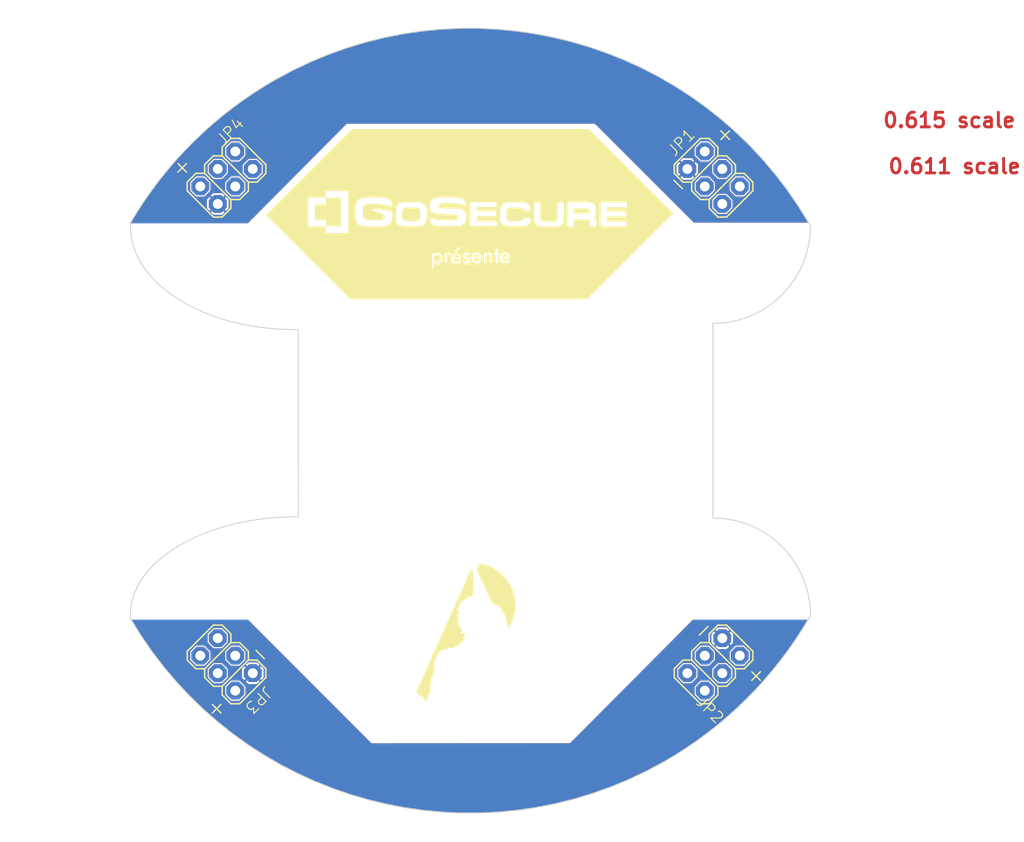
<source format=kicad_pcb>
(kicad_pcb (version 20240108) (generator "pcbnew") (generator_version "8.0")
  (layers (0 "F.Cu" signal) (31 "B.Cu" signal) (34 "B.Paste" user) (35 "F.Paste" user) (36 "B.SilkS" user "B.Silkscreen") (37 "F.SilkS" user "F.Silkscreen") (38 "B.Mask" user) (39 "F.Mask" user) (44 "Edge.Cuts" user))
  (net 0 "")
  (net 1 "GND")
  (net 2 "GND2")
  (footprint "sponsor_v1.0:2X03" (layer "F.Cu") (at 178.5011 80.0036 -45)
    (property "Reference" "JP1" (at -4.242641 1.414214 45) (layer "F.SilkS") (effects (font (size 1.1557 1.1557) (thickness 0.1143)) (justify left bottom)))
    (property "Value" "")
    (pad "1" thru_hole roundrect (at -2.54 1.27 315) (size 1.8288 1.8288) (drill 1.016) (layers "*.Cu" "*.Mask") (chamfer_ratio 0.2928932188) (chamfer top_left top_right bottom_left bottom_right) (net 2 "GND2"))
    (pad "2" thru_hole roundrect (at -2.54 -1.27 315) (size 1.8288 1.8288) (drill 1.016) (layers "*.Cu" "*.Mask") (chamfer_ratio 0.2928932188) (chamfer top_left top_right bottom_left bottom_right))
    (pad "3" thru_hole roundrect (at 0 1.270001 315) (size 1.8288 1.8288) (drill 1.016) (layers "*.Cu" "*.Mask") (chamfer_ratio 0.2928932188) (chamfer top_left top_right bottom_left bottom_right))
    (pad "4" thru_hole roundrect (at 0 -1.270001 315) (size 1.8288 1.8288) (drill 1.016) (layers "*.Cu" "*.Mask") (chamfer_ratio 0.2928932188) (chamfer top_left top_right bottom_left bottom_right))
    (pad "5" thru_hole roundrect (at 2.54 1.27 315) (size 1.8288 1.8288) (drill 1.016) (layers "*.Cu" "*.Mask") (chamfer_ratio 0.2928932188) (chamfer top_left top_right bottom_left bottom_right))
    (pad "6" thru_hole roundrect (at 2.54 -1.27 315) (size 1.8288 1.8288) (drill 1.016) (layers "*.Cu" "*.Mask") (chamfer_ratio 0.2928932188) (chamfer top_left top_right bottom_left bottom_right))
  )
  (footprint "sponsor_v1.0:2X03" (layer "F.Cu") (at 128.5011 130.0036 135)
    (property "Reference" "JP3" (at -4.242641 1.414214 -135) (layer "F.SilkS") (effects (font (size 1.1557 1.1557) (thickness 0.1143)) (justify left bottom)))
    (property "Value" "")
    (pad "1" thru_hole roundrect (at -2.54 1.27 135) (size 1.8288 1.8288) (drill 1.016) (layers "*.Cu" "*.Mask") (chamfer_ratio 0.2928932188) (chamfer top_left top_right bottom_left bottom_right) (net 1 "GND"))
    (pad "2" thru_hole roundrect (at -2.54 -1.27 135) (size 1.8288 1.8288) (drill 1.016) (layers "*.Cu" "*.Mask") (chamfer_ratio 0.2928932188) (chamfer top_left top_right bottom_left bottom_right))
    (pad "3" thru_hole roundrect (at 0 1.270001 135) (size 1.8288 1.8288) (drill 1.016) (layers "*.Cu" "*.Mask") (chamfer_ratio 0.2928932188) (chamfer top_left top_right bottom_left bottom_right))
    (pad "4" thru_hole roundrect (at 0 -1.270001 135) (size 1.8288 1.8288) (drill 1.016) (layers "*.Cu" "*.Mask") (chamfer_ratio 0.2928932188) (chamfer top_left top_right bottom_left bottom_right))
    (pad "5" thru_hole roundrect (at 2.54 1.27 135) (size 1.8288 1.8288) (drill 1.016) (layers "*.Cu" "*.Mask") (chamfer_ratio 0.2928932188) (chamfer top_left top_right bottom_left bottom_right))
    (pad "6" thru_hole roundrect (at 2.54 -1.27 135) (size 1.8288 1.8288) (drill 1.016) (layers "*.Cu" "*.Mask") (chamfer_ratio 0.2928932188) (chamfer top_left top_right bottom_left bottom_right))
  )
  (footprint "sponsor_v1.0:2X03" (layer "F.Cu") (at 128.5011 80.0036 45)
    (property "Reference" "JP4" (at 1.996394 -2.416626 45) (layer "F.SilkS") (effects (font (size 1.1557 1.1557) (thickness 0.1143)) (justify left bottom)))
    (property "Value" "")
    (pad "1" thru_hole roundrect (at -2.54 1.27 45) (size 1.8288 1.8288) (drill 1.016) (layers "*.Cu" "*.Mask") (chamfer_ratio 0.2928932188) (chamfer top_left top_right bottom_left bottom_right) (net 2 "GND2"))
    (pad "2" thru_hole roundrect (at -2.54 -1.27 45) (size 1.8288 1.8288) (drill 1.016) (layers "*.Cu" "*.Mask") (chamfer_ratio 0.2928932188) (chamfer top_left top_right bottom_left bottom_right))
    (pad "3" thru_hole roundrect (at 0 1.270001 45) (size 1.8288 1.8288) (drill 1.016) (layers "*.Cu" "*.Mask") (chamfer_ratio 0.2928932188) (chamfer top_left top_right bottom_left bottom_right))
    (pad "4" thru_hole roundrect (at 0 -1.270001 45) (size 1.8288 1.8288) (drill 1.016) (layers "*.Cu" "*.Mask") (chamfer_ratio 0.2928932188) (chamfer top_left top_right bottom_left bottom_right))
    (pad "5" thru_hole roundrect (at 2.54 1.27 45) (size 1.8288 1.8288) (drill 1.016) (layers "*.Cu" "*.Mask") (chamfer_ratio 0.2928932188) (chamfer top_left top_right bottom_left bottom_right))
    (pad "6" thru_hole roundrect (at 2.54 -1.27 45) (size 1.8288 1.8288) (drill 1.016) (layers "*.Cu" "*.Mask") (chamfer_ratio 0.2928932188) (chamfer top_left top_right bottom_left bottom_right))
  )
  (footprint "sponsor_v1.0:2X03" (layer "F.Cu") (at 178.5011 130.0036 -135)
    (property "Reference" "JP2" (at 4.242641 -1.414214 -45) (layer "F.SilkS") (effects (font (size 1.1557 1.1557) (thickness 0.1143)) (justify left bottom)))
    (property "Value" "")
    (pad "1" thru_hole roundrect (at -2.54 1.27 225) (size 1.8288 1.8288) (drill 1.016) (layers "*.Cu" "*.Mask") (chamfer_ratio 0.2928932188) (chamfer top_left top_right bottom_left bottom_right) (net 1 "GND"))
    (pad "2" thru_hole roundrect (at -2.54 -1.27 225) (size 1.8288 1.8288) (drill 1.016) (layers "*.Cu" "*.Mask") (chamfer_ratio 0.2928932188) (chamfer top_left top_right bottom_left bottom_right))
    (pad "3" thru_hole roundrect (at 0 1.270001 225) (size 1.8288 1.8288) (drill 1.016) (layers "*.Cu" "*.Mask") (chamfer_ratio 0.2928932188) (chamfer top_left top_right bottom_left bottom_right))
    (pad "4" thru_hole roundrect (at 0 -1.270001 225) (size 1.8288 1.8288) (drill 1.016) (layers "*.Cu" "*.Mask") (chamfer_ratio 0.2928932188) (chamfer top_left top_right bottom_left bottom_right))
    (pad "5" thru_hole roundrect (at 2.54 1.27 225) (size 1.8288 1.8288) (drill 1.016) (layers "*.Cu" "*.Mask") (chamfer_ratio 0.2928932188) (chamfer top_left top_right bottom_left bottom_right))
    (pad "6" thru_hole roundrect (at 2.54 -1.27 225) (size 1.8288 1.8288) (drill 1.016) (layers "*.Cu" "*.Mask") (chamfer_ratio 0.2928932188) (chamfer top_left top_right bottom_left bottom_right))
  )
  (gr_poly (pts (xy 153.666144 120.245646) (xy 153.675953 120.246335) (xy 153.686314 120.247574) (xy 153.696583 120.249329) (xy 153.706117 120.251538) (xy 153.714945 120.254181) (xy 153.723093 120.257236) (xy 153.730587 120.260683) (xy 153.737455 120.264502) (xy 153.743723 120.268671) (xy 153.749417 120.27317) (xy 153.754565 120.277978) (xy 153.759194 120.283073) (xy 153.763329 120.288436) (xy 153.766999 120.294046) (xy 153.770228 120.299881) (xy 153.773045 120.305921) (xy 153.775476 120.312146) (xy 153.777547 120.318533) (xy 153.779286 120.325063) (xy 153.780719 120.331715) (xy 153.782774 120.345301) (xy 153.783927 120.359125) (xy 153.78439 120.37302) (xy 153.78363 120.425985) (xy 153.816068 121.463996) (xy 153.819109 121.768355) (xy 153.828232 122.074234) (xy 153.843437 122.383154) (xy 153.864723 122.696637) (xy 153.864494 122.723975) (xy 153.863646 122.751123) (xy 153.861943 122.777891) (xy 153.859148 122.804089) (xy 153.855022 122.829526) (xy 153.852385 122.8419) (xy 153.849327 122.854013) (xy 153.845818 122.86584) (xy 153.841827 122.877359) (xy 153.837326 122.888545) (xy 153.832284 122.899375) (xy 153.826672 122.909824) (xy 153.820461 122.91987) (xy 153.813619 122.929488) (xy 153.806118 122.938655) (xy 153.797929 122.947346) (xy 153.78902 122.955539) (xy 153.779363 122.963209) (xy 153.768929 122.970332) (xy 153.757686 122.976886) (xy 153.745606 122.982845) (xy 153.732659 122.988186) (xy 153.718815 122.992887) (xy 153.704044 122.996922) (xy 153.688317 123.000267) (xy 153.671604 123.002901) (xy 153.653876 123.004797) (xy 153.648491 123.004829) (xy 153.646249 123.004904) (xy 153.644246 123.005051) (xy 153.642432 123.005292) (xy 153.641582 123.005456) (xy 153.640761 123.005653) (xy 153.639964 123.005885) (xy 153.639185 123.006156) (xy 153.638418 123.006468) (xy 153.637657 123.006825) (xy 153.636896 123.007229) (xy 153.636128 123.007684) (xy 153.635349 123.008192) (xy 153.634552 123.008757) (xy 153.632881 123.010068) (xy 153.631068 123.01164) (xy 153.629064 123.013497) (xy 153.626823 123.015663) (xy 153.621438 123.021017) (xy 153.597311 123.043978) (xy 153.585413 123.054395) (xy 153.573636 123.064066) (xy 153.56199 123.072965) (xy 153.550484 123.081065) (xy 153.539126 123.088339) (xy 153.527925 123.094761) (xy 153.516891 123.100304) (xy 153.506032 123.104942) (xy 153.495357 123.108647) (xy 153.484876 123.111392) (xy 153.474596 123.113152) (xy 153.464527 123.113899) (xy 153.454677 123.113606) (xy 153.445057 123.112248) (xy 153.435674 123.109796) (xy 153.426537 123.106225) (xy 153.417656 123.101508) (xy 153.409039 123.095617) (xy 153.400696 123.088527) (xy 153.392634 123.08021) (xy 153.384864 123.07064) (xy 153.377393 123.05979) (xy 153.370232 123.047633) (xy 153.363388 123.034143) (xy 153.356871 123.019292) (xy 153.350689 123.003055) (xy 153.344852 122.985404) (xy 153.339368 122.966312) (xy 153.334247 122.945754) (xy 153.329497 122.923701) (xy 153.234209 123.080822) (xy 153.186946 123.157482) (xy 153.138923 123.231862) (xy 153.114388 123.267958) (xy 153.089379 123.3032) (xy 153.063799 123.337491) (xy 153.037555 123.370737) (xy 153.01055 123.402842) (xy 152.98269 123.433712) (xy 152.953879 123.463251) (xy 152.924023 123.491364) (xy 152.919554 123.494543) (xy 152.915257 123.497978) (xy 152.911114 123.501638) (xy 152.907108 123.505494) (xy 152.899434 123.513676) (xy 152.892093 123.522285) (xy 152.877838 123.539835) (xy 152.870639 123.548301) (xy 152.863202 123.556245) (xy 152.859351 123.559946) (xy 152.855386 123.563428) (xy 152.851291 123.56666) (xy 152.847047 123.569613) (xy 152.842636 123.572257) (xy 152.838042 123.574562) (xy 152.833246 123.576499) (xy 152.82823 123.578038) (xy 152.822976 123.57915) (xy 152.817467 123.579804) (xy 152.811685 123.579971) (xy 152.805612 123.579621) (xy 152.79923 123.578725) (xy 152.792521 123.577252) (xy 152.785468 123.575174) (xy 152.778053 123.57246) (xy 152.770963 123.569278) (xy 152.764859 123.56582) (xy 152.759681 123.562094) (xy 152.755371 123.55811) (xy 152.751869 123.553877) (xy 152.749115 123.549403) (xy 152.74705 123.544697) (xy 152.745614 123.539768) (xy 152.744749 123.534626) (xy 152.744395 123.529279) (xy 152.744492 123.523736) (xy 152.744981 123.518006) (xy 152.746897 123.506019) (xy 152.749669 123.493392) (xy 152.755878 123.466497) (xy 152.758365 123.452372) (xy 152.759246 123.445172) (xy 152.759806 123.437892) (xy 152.759986 123.43054) (xy 152.759727 123.423126) (xy 152.758969 123.415658) (xy 152.757652 123.408146) (xy 152.755718 123.400598) (xy 152.753106 123.393023) (xy 152.749758 123.385431) (xy 152.745614 123.37783) (xy 152.712741 123.417557) (xy 152.681056 123.457689) (xy 152.650606 123.498248) (xy 152.621439 123.539258) (xy 152.593603 123.580744) (xy 152.567144 123.622728) (xy 152.542111 123.665236) (xy 152.518551 123.70829) (xy 152.496511 123.751914) (xy 152.476039 123.796132) (xy 152.457183 123.840968) (xy 152.43999 123.886445) (xy 152.424508 123.932588) (xy 152.410783 123.97942) (xy 152.398865 124.026965) (xy 152.388799 124.075246) (xy 152.386265 124.091148) (xy 152.384491 124.10819) (xy 152.381703 124.144175) (xy 152.379929 124.162358) (xy 152.377395 124.180161) (xy 152.375724 124.188801) (xy 152.37372 124.197203) (xy 152.371337 124.205321) (xy 152.368525 124.213106) (xy 152.365239 124.22051) (xy 152.361429 124.227487) (xy 152.35705 124.233989) (xy 152.352053 124.239968) (xy 152.34639 124.245377) (xy 152.340015 124.250169) (xy 152.33288 124.254295) (xy 152.324937 124.257708) (xy 152.316138 124.260361) (xy 152.306437 124.262206) (xy 152.295785 124.263196) (xy 152.284136 124.263283) (xy 152.271441 124.26242) (xy 152.257653 124.260559) (xy 152.242725 124.257652) (xy 152.226609 124.253653) (xy 152.22357 124.252321) (xy 152.220543 124.251356) (xy 152.217539 124.250749) (xy 152.214572 124.250485) (xy 152.211651 124.250555) (xy 152.20879 124.250945) (xy 152.206001 124.251644) (xy 152.203294 124.25264) (xy 152.200683 124.253921) (xy 152.198178 124.255475) (xy 152.195793 124.257291) (xy 152.193538 124.259356) (xy 152.191425 124.261659) (xy 152.189467 124.264187) (xy 152.187676 124.26693) (xy 152.186062 124.269874) (xy 152.184638 124.273008) (xy 152.183417 124.276321) (xy 152.182409 124.279799) (xy 152.181627 124.283432) (xy 152.181083 124.287208) (xy 152.180788 124.291114) (xy 152.180754 124.29514) (xy 152.180994 124.299271) (xy 152.181518 124.303498) (xy 152.18234 124.307808) (xy 152.18347 124.31219) (xy 152.184921 124.31663) (xy 152.186705 124.321119) (xy 152.188833 124.325642) (xy 152.191318 124.33019) (xy 152.194171 124.334749) (xy 152.200435 124.343876) (xy 152.207032 124.353026) (xy 152.221034 124.371494) (xy 152.250938 124.409761) (xy 152.266079 124.429941) (xy 152.273532 124.440375) (xy 152.280841 124.45107) (xy 152.28796 124.462051) (xy 152.294842 124.473341) (xy 152.301439 124.484963) (xy 152.307703 124.496941) (xy 152.323736 124.518411) (xy 152.340933 124.540213) (xy 152.375874 124.584625) (xy 152.392144 124.60714) (xy 152.406633 124.629798) (xy 152.412979 124.641165) (xy 152.418603 124.65255) (xy 152.423414 124.663947) (xy 152.427319 124.67535) (xy 152.430225 124.686753) (xy 152.432042 124.69815) (xy 152.432678 124.709535) (xy 152.432038 124.720902) (xy 152.430033 124.732246) (xy 152.42657 124.74356) (xy 152.421556 124.754838) (xy 152.414901 124.766075) (xy 152.40651 124.777264) (xy 152.396294 124.7884) (xy 152.384159 124.799476) (xy 152.370013 124.810487) (xy 152.353765 124.821427) (xy 152.335322 124.832289) (xy 152.314592 124.843069) (xy 152.291484 124.853759) (xy 152.287063 124.85542) (xy 152.282919 124.857354) (xy 152.279042 124.859549) (xy 152.275423 124.861994) (xy 152.272054 124.864676) (xy 152.268925 124.867584) (xy 152.266028 124.870706) (xy 152.263353 124.87403) (xy 152.260893 124.877544) (xy 152.258637 124.881237) (xy 152.256578 124.885095) (xy 152.254705 124.889108) (xy 152.251486 124.89755) (xy 152.248908 124.906467) (xy 152.246901 124.915765) (xy 152.245392 124.925347) (xy 152.244311 124.93512) (xy 152.243586 124.944987) (xy 152.242921 124.964628) (xy 152.242826 124.983508) (xy 152.242921 125.026052) (xy 152.243586 125.068405) (xy 152.245392 125.110377) (xy 152.246901 125.131162) (xy 152.248908 125.15178) (xy 152.251486 125.172208) (xy 152.254705 125.192422) (xy 152.258637 125.212399) (xy 152.263353 125.232114) (xy 152.268925 125.251544) (xy 152.275423 125.270666) (xy 152.282919 125.289455) (xy 152.291484 125.307887) (xy 152.303248 125.329001) (xy 152.314133 125.349829) (xy 152.324021 125.370468) (xy 152.332792 125.391011) (xy 152.340327 125.411554) (xy 152.346509 125.432192) (xy 152.351217 125.45302) (xy 152.354333 125.474134) (xy 152.355739 125.495627) (xy 152.355315 125.517596) (xy 152.352943 125.540134) (xy 152.350989 125.551647) (xy 152.348504 125.563338) (xy 152.345473 125.575219) (xy 152.34188 125.587302) (xy 152.33295 125.612121) (xy 152.321598 125.637891) (xy 152.307703 125.664705) (xy 152.300898 125.679132) (xy 152.29565 125.694969) (xy 152.291898 125.712107) (xy 152.289584 125.730436) (xy 152.288647 125.749846) (xy 152.28903 125.770227) (xy 152.290671 125.791469) (xy 152.293512 125.813462) (xy 152.297494 125.836098) (xy 152.302557 125.859264) (xy 152.315687 125.906753) (xy 152.332429 125.95505) (xy 152.352307 126.003275) (xy 152.374846 126.05055) (xy 152.39957 126.095996) (xy 152.426006 126.138733) (xy 152.453676 126.177883) (xy 152.482107 126.212566) (xy 152.496458 126.227958) (xy 152.510822 126.241904) (xy 152.525138 126.254293) (xy 152.539348 126.265017) (xy 152.553391 126.273964) (xy 152.567208 126.281026) (xy 152.576049 126.284162) (xy 152.584341 126.287484) (xy 152.592105 126.290991) (xy 152.59936 126.294679) (xy 152.606129 126.298545) (xy 152.612431 126.302587) (xy 152.618288 126.3068) (xy 152.62372 126.311183) (xy 152.628749 126.315733) (xy 152.633394 126.320445) (xy 152.637677 126.325318) (xy 152.641618 126.330349) (xy 152.645239 126.335533) (xy 152.648559 126.340869) (xy 152.651601 126.346354) (xy 152.654384 126.351984) (xy 152.659258 126.363669) (xy 152.663349 126.375901) (xy 152.666821 126.388655) (xy 152.669843 126.401908) (xy 152.68074 126.459433) (xy 152.682862 126.483578) (xy 152.683274 126.507392) (xy 152.682166 126.53092) (xy 152.679727 126.554211) (xy 152.676147 126.577312) (xy 152.671617 126.60027) (xy 152.666327 126.623133) (xy 152.660467 126.645949) (xy 152.635125 126.737689) (xy 152.629265 126.76098) (xy 152.623975 126.784509) (xy 152.619445 126.808323) (xy 152.615865 126.83247) (xy 152.6219 126.835276) (xy 152.627839 126.837628) (xy 152.633684 126.839547) (xy 152.639433 126.841053) (xy 152.645088 126.842167) (xy 152.650647 126.842909) (xy 152.656111 126.843302) (xy 152.661481 126.843364) (xy 152.666755 126.843118) (xy 152.671934 126.842584) (xy 152.677018 126.841782) (xy 152.682008 126.840734) (xy 152.686902 126.83946) (xy 152.691701 126.837982) (xy 152.696405 126.836319) (xy 152.701014 126.834493) (xy 152.709947 126.830434) (xy 152.7185 126.825971) (xy 152.726673 126.821271) (xy 152.734466 126.816499) (xy 152.748911 126.807408) (xy 152.755564 126.80342) (xy 152.761836 126.800027) (xy 152.773984 126.794162) (xy 152.786038 126.788844) (xy 152.797901 126.784239) (xy 152.809479 126.780513) (xy 152.815132 126.779031) (xy 152.820678 126.777832) (xy 152.826104 126.776936) (xy 152.8314 126.776363) (xy 152.836554 126.776135) (xy 152.841553 126.776272) (xy 152.846386 126.776795) (xy 152.85104 126.777725) (xy 152.855505 126.779083) (xy 152.859768 126.780889) (xy 152.863816 126.783164) (xy 152.867639 126.78593) (xy 152.871225 126.789206) (xy 152.874561 126.793014) (xy 152.877635 126.797374) (xy 152.880437 126.802307) (xy 152.882953 126.807835) (xy 152.885173 126.813977) (xy 152.887083 126.820754) (xy 152.888673 126.828188) (xy 152.88993 126.836299) (xy 152.890843 126.845108) (xy 152.891399 126.854636) (xy 152.891587 126.864903) (xy 152.891956 126.886009) (xy 152.893013 126.906782) (xy 152.894688 126.927269) (xy 152.896909 126.947519) (xy 152.902706 126.987496) (xy 152.909834 127.027093) (xy 152.9258 127.106667) (xy 152.933497 127.147405) (xy 152.940245 127.189283) (xy 152.943775 127.225071) (xy 152.945294 127.259488) (xy 152.944882 127.292586) (xy 152.942621 127.324419) (xy 152.938589 127.35504) (xy 152.932868 127.384503) (xy 152.925537 127.412861) (xy 152.916677 127.440168) (xy 152.906367 127.466477) (xy 152.894688 127.491842) (xy 152.881721 127.516316) (xy 152.867545 127.539953) (xy 152.85224 127.562805) (xy 152.835887 127.584927) (xy 152.818565 127.606372) (xy 152.800356 127.627193) (xy 152.761594 127.667178) (xy 152.720243 127.70531) (xy 152.676943 127.742016) (xy 152.632337 127.777725) (xy 152.541771 127.847859) (xy 152.497094 127.88314) (xy 152.453676 127.919133) (xy 152.407316 127.958077) (xy 152.35953 127.995761) (xy 152.310414 128.032067) (xy 152.260062 128.066877) (xy 152.20857 128.100072) (xy 152.156033 128.131532) (xy 152.102545 128.161138) (xy 152.048202 128.188773) (xy 151.993098 128.214318) (xy 151.93733 128.237652) (xy 151.880991 128.258659) (xy 151.824177 128.277218) (xy 151.766983 128.293212) (xy 151.709504 128.30652) (xy 151.651836 128.317026) (xy 151.594072 128.324609) (xy 151.548642 128.328386) (xy 151.503568 128.333542) (xy 151.458827 128.339933) (xy 151.414395 128.347417) (xy 151.326362 128.365093) (xy 151.23928 128.38543) (xy 151.067207 128.429525) (xy 150.981836 128.451001) (xy 150.896655 128.470577) (xy 150.831078 128.484626) (xy 150.768138 128.502381) (xy 150.707811 128.523748) (xy 150.650075 128.548631) (xy 150.594904 128.576935) (xy 150.542275 128.608565) (xy 150.492165 128.643426) (xy 150.444549 128.681424) (xy 150.399405 128.722462) (xy 150.356707 128.766446) (xy 150.316433 128.813282) (xy 150.278558 128.862873) (xy 150.24306 128.915125) (xy 150.209913 128.969943) (xy 150.179095 129.027232) (xy 150.150581 129.086897) (xy 150.098757 129.197137) (xy 150.043132 129.308896) (xy 149.987506 129.422176) (xy 149.960881 129.479385) (xy 149.935682 129.536975) (xy 149.912383 129.594945) (xy 149.89146 129.653295) (xy 149.873388 129.712025) (xy 149.858642 129.771135) (xy 149.847697 129.830626) (xy 149.841029 129.890496) (xy 149.839113 129.950747) (xy 149.840085 129.981015) (xy 149.842423 130.011378) (xy 149.849848 130.102056) (xy 149.853922 130.191688) (xy 149.854718 130.28037) (xy 149.852307 130.368197) (xy 149.846759 130.455264) (xy 149.838147 130.541665) (xy 149.826541 130.627496) (xy 149.812012 130.712851) (xy 149.794633 130.797827) (xy 149.774474 130.882517) (xy 149.751606 130.967017) (xy 149.726102 131.051422) (xy 149.698031 131.135827) (xy 149.667466 131.220327) (xy 149.634478 131.305017) (xy 149.599137 131.389992) (xy 149.567558 131.466576) (xy 149.539615 131.54423) (xy 149.51514 131.622881) (xy 149.493967 131.70246) (xy 149.475931 131.782893) (xy 149.460865 131.864111) (xy 149.448602 131.946042) (xy 149.438976 132.028614) (xy 149.431821 132.111756) (xy 149.42697 132.195398) (xy 149.424258 132.279467) (xy 149.423518 132.363892) (xy 149.427288 132.533526) (xy 149.43695 132.703729) (xy 149.439425 132.72483) (xy 149.440783 132.745574) (xy 149.441048 132.765986) (xy 149.440244 132.786089) (xy 149.438395 132.805907) (xy 149.435524 132.825463) (xy 149.431655 132.844782) (xy 149.426812 132.863888) (xy 149.421019 132.882803) (xy 149.414299 132.901552) (xy 149.406676 132.920158) (xy 149.398175 132.938646) (xy 149.388818 132.957039) (xy 149.37863 132.97536) (xy 149.367634 132.993634) (xy 149.355854 133.011885) (xy 149.332096 133.042672) (xy 149.309478 133.074196) (xy 149.288 133.106432) (xy 149.267663 133.139358) (xy 149.248467 133.172948) (xy 149.23041 133.20718) (xy 149.213494 133.24203) (xy 149.197719 133.277473) (xy 149.183084 133.313487) (xy 149.169589 133.350047) (xy 149.157235 133.387129) (xy 149.146021 133.42471) (xy 149.135948 133.462767) (xy 149.127015 133.501274) (xy 149.119222 133.540209) (xy 149.11257 133.579548) (xy 149.1061 133.611107) (xy 149.102565 133.625476) (xy 149.098822 133.638913) (xy 149.094865 133.651423) (xy 149.090689 133.663012) (xy 149.086287 133.673686) (xy 149.081653 133.683452) (xy 149.076781 133.692315) (xy 149.071667 133.700281) (xy 149.066302 133.707356) (xy 149.060682 133.713546) (xy 149.054801 133.718857) (xy 149.048653 133.723295) (xy 149.042231 133.726866) (xy 149.035531 133.729575) (xy 149.028545 133.73143) (xy 149.021268 133.732434) (xy 149.013694 133.732596) (xy 149.005817 133.73192) (xy 148.997632 133.730412) (xy 148.989131 133.728079) (xy 148.98031 133.724926) (xy 148.971162 133.720959) (xy 148.961682 133.716185) (xy 148.951863 133.710608) (xy 148.941699 133.704236) (xy 148.931185 133.697074) (xy 148.920315 133.689127) (xy 148.909082 133.680403) (xy 148.885506 133.660644) (xy 148.561127 133.368707) (xy 148.542817 133.344505) (xy 148.533543 133.332642) (xy 148.524127 133.321064) (xy 148.51452 133.309865) (xy 148.504676 133.299142) (xy 148.494547 133.288989) (xy 148.484086 133.279502) (xy 148.473244 133.270774) (xy 148.461975 133.262902) (xy 148.456165 133.259317) (xy 148.45023 133.255981) (xy 148.444165 133.252906) (xy 148.437963 133.250104) (xy 148.431619 133.247588) (xy 148.425126 133.245369) (xy 148.418478 133.243458) (xy 148.411671 133.241868) (xy 148.404697 133.240611) (xy 148.397551 133.239698) (xy 148.390226 133.239142) (xy 148.382718 133.238954) (xy 148.322752 133.189474) (xy 148.293517 133.164045) (xy 148.264877 133.138094) (xy 148.236901 133.111572) (xy 148.209663 133.084433) (xy 148.183232 133.056628) (xy 148.15768 133.028111) (xy 148.133078 132.998833) (xy 148.109498 132.968747) (xy 148.087011 132.937806) (xy 148.065688 132.905962) (xy 148.045601 132.873167) (xy 148.02682 132.839375) (xy 148.009417 132.804537) (xy 147.993464 132.768606) (xy 147.993285 132.765383) (xy 147.992798 132.761827) (xy 147.992074 132.757986) (xy 147.991183 132.753908) (xy 147.989187 132.745229) (xy 147.988224 132.740723) (xy 147.987381 132.73617) (xy 147.986727 132.731617) (xy 147.986335 132.727111) (xy 147.986276 132.7227) (xy 147.986393 132.720545) (xy 147.98662 132.718432) (xy 147.986966 132.716366) (xy 147.98744 132.714354) (xy 147.98805 132.712401) (xy 147.988806 132.710513) (xy 147.989717 132.708696) (xy 147.99079 132.706957) (xy 147.992036 132.705301) (xy 147.993464 132.703734) (xy 148.19601 132.294109) (xy 148.391333 131.880874) (xy 148.767917 131.047371) (xy 149.138419 130.210829) (xy 149.326141 129.793793) (xy 149.518043 129.378848) (xy 149.524474 129.360597) (xy 149.531475 129.342323) (xy 149.546427 129.305609) (xy 149.561378 129.268514) (xy 149.568379 129.249765) (xy 149.57481 129.23085) (xy 149.58048 129.211744) (xy 149.5852 129.192425) (xy 149.588779 129.172868) (xy 149.591028 129.15305) (xy 149.591756 129.132947) (xy 149.591491 129.12278) (xy 149.590774 129.112534) (xy 149.589582 129.102205) (xy 149.587891 129.091789) (xy 149.585678 129.081284) (xy 149.582918 129.070688) (xy 149.612224 129.036499) (xy 149.639463 129.000932) (xy 149.664848 128.964131) (xy 149.688595 128.926236) (xy 149.710916 128.887391) (xy 149.732025 128.847739) (xy 149.752137 128.807421) (xy 149.771464 128.76658) (xy 149.84521 128.600843) (xy 149.882938 128.518545) (xy 149.902764 128.478038) (xy 149.923517 128.438148) (xy 150.017979 128.254956) (xy 150.107501 128.070434) (xy 150.193221 127.884771) (xy 150.27628 127.698158) (xy 150.438977 127.322841) (xy 150.604714 126.946004) (xy 151.348759 125.291671) (xy 152.080639 123.637337) (xy 153.410593 120.65305) (xy 153.419534 120.637658) (xy 153.428142 120.62191) (xy 153.444552 120.58944) (xy 153.460201 120.555829) (xy 153.475469 120.521269) (xy 153.506387 120.450056) (xy 153.522797 120.413785) (xy 153.540346 120.377323) (xy 153.546618 120.352457) (xy 153.55011 120.33987) (xy 153.55403 120.327401) (xy 153.55852 120.315217) (xy 153.563723 120.303485) (xy 153.566636 120.29784) (xy 153.569781 120.29237) (xy 153.573175 120.287096) (xy 153.576837 120.282039) (xy 153.580784 120.27722) (xy 153.585034 120.272659) (xy 153.589604 120.268377) (xy 153.594513 120.264395) (xy 153.599778 120.260734) (xy 153.605418 120.257414) (xy 153.61145 120.254457) (xy 153.617891 120.251882) (xy 153.62476 120.249712) (xy 153.632075 120.247966) (xy 153.639852 120.246666) (xy 153.648111 120.245832) (xy 153.656869 120.245485)) (stroke (width -0.000001)) (fill solid) (layer "F.SilkS"))
  (gr_poly (pts (xy 165.518378 83.139376) (xy 165.555932 83.141767) (xy 165.573491 83.143599) (xy 165.590254 83.14587) (xy 165.606233 83.148592) (xy 165.62144 83.151778) (xy 165.635887 83.155438) (xy 165.649586 83.159586) (xy 165.662548 83.164233) (xy 165.674785 83.16939) (xy 165.686309 83.17507) (xy 165.697133 83.181285) (xy 165.707268 83.188046) (xy 165.716725 83.195366) (xy 165.725518 83.203256) (xy 165.733657 83.211727) (xy 165.741154 83.220793) (xy 165.748022 83.230465) (xy 165.754272 83.240754) (xy 165.759917 83.251673) (xy 165.764967 83.263233) (xy 165.769436 83.275447) (xy 165.773334 83.288326) (xy 165.776674 83.301882) (xy 165.779467 83.316127) (xy 165.781726 83.331073) (xy 165.783462 83.346731) (xy 165.784688 83.363114) (xy 165.785654 83.398102) (xy 165.785654 83.44676) (xy 165.78487 83.478893) (xy 165.782423 83.508436) (xy 165.77817 83.535462) (xy 165.775323 83.548052) (xy 165.77197 83.560039) (xy 165.768094 83.571433) (xy 165.763679 83.582242) (xy 165.758704 83.592474) (xy 165.753154 83.602139) (xy 165.74701 83.611246) (xy 165.740254 83.619803) (xy 165.732868 83.62782) (xy 165.724835 83.635306) (xy 165.716137 83.642268) (xy 165.706755 83.648717) (xy 165.696673 83.654661) (xy 165.685872 83.660109) (xy 165.674335 83.66507) (xy 165.662043 83.669553) (xy 165.648979 83.673567) (xy 165.635125 83.67712) (xy 165.620464 83.680222) (xy 165.604977 83.682881) (xy 165.571454 83.686908) (xy 165.534415 83.689272) (xy 165.493718 83.690045) (xy 164.131328 83.690045) (xy 164.131328 83.1386) (xy 165.477498 83.1386)) (stroke (width -0.000001)) (fill solid) (layer "F.SilkS"))
  (gr_poly (pts (xy 174.365484 83.657606) (xy 165.526151 92.496938) (xy 141.197716 92.496938) (xy 137.986365 89.285586) (xy 149.615356 89.285586) (xy 149.793765 89.285586) (xy 149.793765 88.604391) (xy 149.800034 88.616365) (xy 149.806658 88.627959) (xy 149.813615 88.639172) (xy 149.820881 88.650006) (xy 149.828433 88.66046) (xy 149.836245 88.670533) (xy 149.844295 88.680226) (xy 149.852559 88.689539) (xy 149.861013 88.698472) (xy 149.869633 88.707025) (xy 149.878396 88.715198) (xy 149.887277 88.722991) (xy 149.896254 88.730403) (xy 149.905302 88.737435) (xy 149.914397 88.744087) (xy 149.923517 88.750359) (xy 149.935867 88.759106) (xy 149.948574 88.767116) (xy 149.961613 88.774414) (xy 149.974962 88.781023) (xy 149.988595 88.786966) (xy 150.002489 88.792268) (xy 150.016622 88.796953) (xy 150.030967 88.801043) (xy 150.045503 88.804564) (xy 150.060206 88.807537) (xy 150.07505 88.809989) (xy 150.090014 88.811941) (xy 150.105073 88.813418) (xy 150.120202 88.814444) (xy 150.13538 88.815042) (xy 150.150581 88.815236) (xy 150.168641 88.815042) (xy 150.186346 88.814444) (xy 150.203717 88.813418) (xy 150.22078 88.811941) (xy 150.237557 88.809989) (xy 150.254073 88.807538) (xy 150.270352 88.804564) (xy 150.286416 88.801044) (xy 150.302291 88.796954) (xy 150.317999 88.792269) (xy 150.333565 88.786967) (xy 150.344401 88.782797) (xy 150.929094 88.782797) (xy 151.107502 88.782797) (xy 151.107502 88.31245) (xy 151.561631 88.31245) (xy 151.561825 88.330692) (xy 151.562423 88.34891) (xy 151.563448 88.367081) (xy 151.564925 88.38518) (xy 151.566877 88.403185) (xy 151.569328 88.42107) (xy 151.572302 88.438814) (xy 151.575822 88.456391) (xy 151.579912 88.473778) (xy 151.584596 88.490951) (xy 151.589898 88.507887) (xy 151.595841 88.524561) (xy 151.60245 88.54095) (xy 151.609748 88.55703) (xy 151.617758 88.572778) (xy 151.626505 88.588169) (xy 151.644815 88.61782) (xy 151.654089 88.632075) (xy 151.663505 88.64595) (xy 151.673112 88.659445) (xy 151.682956 88.672559) (xy 151.693085 88.685294) (xy 151.703546 88.697648) (xy 151.714388 88.709622) (xy 151.725657 88.721216) (xy 151.737402 88.73243) (xy 151.749669 88.743264) (xy 151.762506 88.753717) (xy 151.775961 88.763791) (xy 151.790082 88.773484) (xy 151.804914 88.782797) (xy 151.820124 88.791544) (xy 151.835357 88.799554) (xy 151.850638 88.806852) (xy 151.865989 88.813461) (xy 151.881436 88.819404) (xy 151.897002 88.824706) (xy 151.91271 88.82939) (xy 151.928585 88.83348) (xy 151.944649 88.837001) (xy 151.960928 88.839974) (xy 151.977444 88.842425) (xy 151.994221 88.844377) (xy 152.011283 88.845854) (xy 152.028655 88.84688) (xy 152.046359 88.847478) (xy 152.064419 88.847672) (xy 152.099455 88.847609) (xy 152.131829 88.847165) (xy 152.161923 88.845962) (xy 152.176233 88.844956) (xy 152.190116 88.843618) (xy 152.203618 88.8419) (xy 152.216788 88.839754) (xy 152.229673 88.837133) (xy 152.242321 88.833989) (xy 152.254778 88.830275) (xy 152.267092 88.825943) (xy 152.279312 88.820946) (xy 152.291484 88.815236) (xy 152.315083 88.803071) (xy 152.337352 88.790906) (xy 152.358481 88.778741) (xy 152.37866 88.766577) (xy 152.398078 88.754412) (xy 152.416927 88.742248) (xy 152.453673 88.717921) (xy 152.567204 88.571952) (xy 152.745617 88.571952) (xy 152.752428 88.584814) (xy 152.76057 88.598815) (xy 152.769852 88.613577) (xy 152.780083 88.628719) (xy 152.785496 88.636314) (xy 152.791075 88.643861) (xy 152.796797 88.651313) (xy 152.802638 88.658623) (xy 152.808573 88.665742) (xy 152.81458 88.672624) (xy 152.820635 88.679221) (xy 152.826713 88.685485) (xy 152.972681 88.7828) (xy 153.021339 88.79471) (xy 153.045667 88.80019) (xy 153.069996 88.8051) (xy 153.094324 88.80925) (xy 153.118653 88.81245) (xy 153.130817 88.813634) (xy 153.142981 88.81451) (xy 153.155145 88.815052) (xy 153.167309 88.815238) (xy 153.188221 88.814858) (xy 153.208396 88.813718) (xy 153.227858 88.811817) (xy 153.246631 88.809156) (xy 153.264739 88.805734) (xy 153.282206 88.801553) (xy 153.299054 88.796611) (xy 153.315309 88.790909) (xy 153.330994 88.784446) (xy 153.346132 88.777223) (xy 153.360747 88.76924) (xy 153.374863 88.760497) (xy 153.388504 88.750994) (xy 153.401694 88.740731) (xy 153.414456 88.729707) (xy 153.426814 88.717923) (xy 153.43859 88.705747) (xy 153.449558 88.693499) (xy 153.459671 88.681109) (xy 153.468881 88.668505) (xy 153.477141 88.655616) (xy 153.484403 88.642371) (xy 153.490619 88.628698) (xy 153.495743 88.614526) (xy 153.499727 88.599784) (xy 153.502522 88.5844) (xy 153.504082 88.568304) (xy 153.50436 88.551424) (xy 153.503307 88.533688) (xy 153.500876 88.515026) (xy 153.49702 88.495366) (xy 153.491691 88.474637) (xy 153.491501 88.465336) (xy 153.490931 88.455727) (xy 153.48998 88.445879) (xy 153.48865 88.435866) (xy 153.486939 88.425757) (xy 153.484848 88.415624) (xy 153.482378 88.405538) (xy 153.479527 88.395572) (xy 153.476295 88.385795) (xy 153.472684 88.37628) (xy 153.468693 88.367097) (xy 153.464321 88.358319) (xy 153.459569 88.350015) (xy 153.454437 88.342258) (xy 153.448925 88.335119) (xy 153.443033 88.328669) (xy 153.43962 88.322586) (xy 153.435495 88.316504) (xy 153.430704 88.310422) (xy 153.425295 88.304339) (xy 153.419316 88.298257) (xy 153.412814 88.292175) (xy 153.405837 88.286093) (xy 153.398433 88.280011) (xy 153.390648 88.273928) (xy 153.38253 88.267846) (xy 153.365488 88.255682) (xy 153.353619 88.247573) (xy 153.653874 88.247573) (xy 153.654068 88.26867) (xy 153.654666 88.289387) (xy 153.655691 88.309724) (xy 153.657168 88.329681) (xy 153.65912 88.349258) (xy 153.661571 88.368455) (xy 153.664544 88.387272) (xy 153.668064 88.405708) (xy 153.672155 88.423765) (xy 153.676839 88.441441) (xy 153.682141 88.458737) (xy 153.688084 88.475653) (xy 153.694693 88.492189) (xy 153.70199 88.508345) (xy 153.710001 88.524121) (xy 153.718748 88.539516) (xy 153.737058 88.569166) (xy 153.746332 88.583421) (xy 153.755748 88.597296) (xy 153.765355 88.61079) (xy 153.775198 88.623904) (xy 153.785327 88.636639) (xy 153.795789 88.648993) (xy 153.806631 88.660967) (xy 153.8179 88.672561) (xy 153.829645 88.683775) (xy 153.841912 88.694608) (xy 153.854749 88.705062) (xy 153.868204 88.715135) (xy 153.882324 88.724829) (xy 153.897157 88.734142) (xy 153.912366 88.742889) (xy 153.927599 88.750899) (xy 153.942879 88.758197) (xy 153.958231 88.764805) (xy 153.973678 88.770749) (xy 153.989244 88.776051) (xy 154.004952 88.780735) (xy 154.020827 88.784825) (xy 154.036891 88.788345) (xy 154.05317 88.791319) (xy 154.069686 88.79377) (xy 154.086463 88.795722) (xy 154.103526 88.797199) (xy 154.120897 88.798225) (xy 154.138602 88.798823) (xy 154.156662 88.799017) (xy 154.177759 88.798823) (xy 154.198476 88.798225) (xy 154.218813 88.797199) (xy 154.23877 88.795722) (xy 154.258347 88.793771) (xy 154.277544 88.79132) (xy 154.296361 88.788346) (xy 154.314797 88.784826) (xy 154.323742 88.7828) (xy 154.918958 88.7828) (xy 155.097367 88.7828) (xy 155.097367 88.150262) (xy 155.09743 88.132713) (xy 155.097873 88.116303) (xy 155.098356 88.108408) (xy 155.099077 88.100654) (xy 155.100082 88.092996) (xy 155.10142 88.085386) (xy 155.103139 88.077775) (xy 155.105285 88.070117) (xy 155.107906 88.062363) (xy 155.11105 88.054468) (xy 155.114764 88.046382) (xy 155.119096 88.038058) (xy 155.124093 88.02945) (xy 155.129803 88.020509) (xy 155.135885 88.011576) (xy 155.141968 88.003023) (xy 155.148051 87.99485) (xy 155.154133 87.987057) (xy 155.160215 87.979644) (xy 155.166298 87.972612) (xy 155.17238 87.96596) (xy 155.178462 87.959688) (xy 155.184544 87.953796) (xy 155.190627 87.948284) (xy 155.196709 87.943153) (xy 155.202791 87.938401) (xy 155.208873 87.93403) (xy 155.214954 87.930038) (xy 155.221036 87.926427) (xy 155.227118 87.923196) (xy 155.26361 87.911285) (xy 155.281856 87.905805) (xy 155.300102 87.900894) (xy 155.309226 87.898713) (xy 155.318349 87.896745) (xy 155.327472 87.895014) (xy 155.336595 87.893545) (xy 155.345719 87.892361) (xy 155.354842 87.891486) (xy 155.363965 87.890943) (xy 155.373089 87.890757) (xy 155.385245 87.890951) (xy 155.397353 87.891549) (xy 155.409367 87.892575) (xy 155.421238 87.894052) (xy 155.432919 87.896004) (xy 155.444363 87.898454) (xy 155.455521 87.901428) (xy 155.466347 87.904948) (xy 155.476793 87.909038) (xy 155.486811 87.913722) (xy 155.491645 87.916295) (xy 155.496354 87.919024) (xy 155.500932 87.921914) (xy 155.505374 87.924968) (xy 155.509674 87.928188) (xy 155.513824 87.931577) (xy 155.517821 87.935138) (xy 155.521657 87.938874) (xy 155.525326 87.942789) (xy 155.528824 87.946885) (xy 155.532143 87.951165) (xy 155.535278 87.955632) (xy 155.544025 87.964945) (xy 155.552035 87.974639) (xy 155.559333 87.984712) (xy 155.565941 87.995166) (xy 155.571885 88.006) (xy 155.577187 88.017213) (xy 155.581871 88.028807) (xy 155.585961 88.040782) (xy 155.589481 88.053136) (xy 155.592455 88.06587) (xy 155.594906 88.078985) (xy 155.596858 88.092479) (xy 155.598335 88.106354) (xy 155.599361 88.120609) (xy 155.599959 88.135245) (xy 155.600153 88.15026) (xy 155.600153 88.782797) (xy 155.762347 88.782797) (xy 155.762347 88.117824) (xy 155.761967 88.096727) (xy 155.760827 88.07601) (xy 155.758926 88.055673) (xy 155.756265 88.035716) (xy 155.752843 88.016139) (xy 155.748662 87.996942) (xy 155.74372 87.978125) (xy 155.738018 87.959689) (xy 155.731555 87.941633) (xy 155.724333 87.923957) (xy 155.716494 87.906974) (xy 155.956966 87.906974) (xy 156.135377 87.906974) (xy 156.135377 88.782797) (xy 156.313786 88.782797) (xy 156.313786 88.247573) (xy 156.557065 88.247573) (xy 156.557259 88.26867) (xy 156.557857 88.289387) (xy 156.558882 88.309724) (xy 156.560359 88.329681) (xy 156.562311 88.349258) (xy 156.564762 88.368455) (xy 156.567736 88.387272) (xy 156.571256 88.405708) (xy 156.575346 88.423765) (xy 156.58003 88.441441) (xy 156.585332 88.458737) (xy 156.591275 88.475653) (xy 156.597884 88.492189) (xy 156.605182 88.508345) (xy 156.613192 88.524121) (xy 156.62194 88.539516) (xy 156.64025 88.569166) (xy 156.649523 88.583421) (xy 156.65894 88.597296) (xy 156.668546 88.61079) (xy 156.67839 88.623904) (xy 156.688519 88.636639) (xy 156.698981 88.648993) (xy 156.709822 88.660967) (xy 156.721092 88.672561) (xy 156.732836 88.683775) (xy 156.745103 88.694608) (xy 156.75794 88.705062) (xy 156.771395 88.715135) (xy 156.785516 88.724829) (xy 156.800348 88.734142) (xy 156.815558 88.742889) (xy 156.830791 88.750899) (xy 156.846072 88.758197) (xy 156.861424 88.764805) (xy 156.87687 88.770749) (xy 156.892436 88.776051) (xy 156.908144 88.780735) (xy 156.924019 88.784825) (xy 156.940083 88.788345) (xy 156.956362 88.791319) (xy 156.972878 88.79377) (xy 156.989655 88.795722) (xy 157.006718 88.797199) (xy 157.024089 88.798225) (xy 157.041793 88.798823) (xy 157.059854 88.799017) (xy 157.080951 88.798823) (xy 157.101668 88.798225) (xy 157.122005 88.797199) (xy 157.141962 88.795722) (xy 157.161539 88.793771) (xy 157.180735 88.79132) (xy 157.199552 88.788346) (xy 157.217988 88.784826) (xy 157.236045 88.780736) (xy 157.253721 88.776052) (xy 157.271017 88.77075) (xy 157.287933 88.764806) (xy 157.304469 88.758198) (xy 157.320624 88.7509) (xy 157.336399 88.742889) (xy 157.351795 88.734142) (xy 157.366992 88.724829) (xy 157.382142 88.715135) (xy 157.397197 88.705062) (xy 157.412109 88.694608) (xy 157.426832 88.683775) (xy 157.441316 88.672561) (xy 157.455516 88.660967) (xy 157.469383 88.648993) (xy 157.482869 88.636639) (xy 157.495928 88.623904) (xy 157.508512 88.61079) (xy 157.520574 88.597296) (xy 157.532065 88.583421) (xy 157.542938 88.569166) (xy 157.553146 88.554531) (xy 157.562642 88.539516) (xy 157.416674 88.442201) (xy 157.407551 88.454175) (xy 157.398428 88.465769) (xy 157.389305 88.476983) (xy 157.380182 88.487816) (xy 157.371059 88.49827) (xy 157.361936 88.508343) (xy 157.352813 88.518036) (xy 157.343689 88.52735) (xy 157.334566 88.536283) (xy 157.325443 88.544836) (xy 157.31632 88.553008) (xy 157.307196 88.560801) (xy 157.298073 88.568213) (xy 157.28895 88.575245) (xy 157.279827 88.581897) (xy 157.270703 88.588169) (xy 157.258539 88.594061) (xy 157.246375 88.599573) (xy 157.234211 88.604705) (xy 157.222047 88.609457) (xy 157.209883 88.613829) (xy 157.197719 88.61782) (xy 157.185554 88.621431) (xy 157.17339 88.624663) (xy 157.161226 88.627514) (xy 157.149062 88.629984) (xy 157.136898 88.632075) (xy 157.124734 88.633786) (xy 157.11257 88.635116) (xy 157.100405 88.636067) (xy 157.088241 88.636637) (xy 157.076077 88.636827) (xy 157.063917 88.636637) (xy 157.05178 88.636067) (xy 157.03969 88.635116) (xy 157.027672 88.633786) (xy 157.015749 88.632075) (xy 157.003945 88.629984) (xy 156.992284 88.627514) (xy 156.980789 88.624663) (xy 156.969484 88.621431) (xy 156.958392 88.61782) (xy 156.947539 88.613829) (xy 156.936947 88.609457) (xy 156.92664 88.604705) (xy 156.916641 88.599573) (xy 156.906975 88.594061) (xy 156.897666 88.588169) (xy 156.888729 88.58208) (xy 156.880148 88.575942) (xy 156.8719 88.56971) (xy 156.863961 88.563335) (xy 156.856307 88.556769) (xy 156.848914 88.549967) (xy 156.841759 88.542879) (xy 156.834818 88.535458) (xy 156.828067 88.527657) (xy 156.821482 88.519429) (xy 156.815039 88.510725) (xy 156.808716 88.501499) (xy 156.802487 88.491703) (xy 156.79633 88.481289) (xy 156.79022 88.47021) (xy 156.784134 88.458418) (xy 156.778084 88.445494) (xy 156.772224 88.431049) (xy 156.769425 88.423257) (xy 156.766744 88.415084) (xy 156.764206 88.406531) (xy 156.761835 88.397598) (xy 156.759653 88.388285) (xy 156.757685 88.378592) (xy 156.755955 88.368518) (xy 156.754486 88.358065) (xy 156.753302 88.347231) (xy 156.752426 88.336018) (xy 156.751884 88.324424) (xy 156.751698 88.31245) (xy 157.578866 88.31245) (xy 157.578866 88.296228) (xy 157.578834 88.290114) (xy 157.578612 88.283811) (xy 157.578371 88.280528) (xy 157.57801 88.277127) (xy 157.577507 88.273583) (xy 157.576838 88.269873) (xy 157.575978 88.265973) (xy 157.574904 88.26186) (xy 157.573593 88.257508) (xy 157.57202 88.252896) (xy 157.570162 88.247998) (xy 157.567996 88.242791) (xy 157.565496 88.237252) (xy 157.56264 88.231356) (xy 157.562267 88.210259) (xy 157.561183 88.189542) (xy 157.559432 88.169205) (xy 157.557065 88.149248) (xy 157.554127 88.129671) (xy 157.550666 88.110474) (xy 157.54673 88.091658) (xy 157.542367 88.073221) (xy 157.537623 88.055165) (xy 157.532547 88.037489) (xy 157.521587 88.003277) (xy 157.509866 87.970586) (xy 157.497765 87.939415) (xy 157.491489 87.924582) (xy 157.484809 87.910461) (xy 157.477701 87.897006) (xy 157.470142 87.884168) (xy 157.462108 87.871901) (xy 157.453575 87.860156) (xy 157.444519 87.848887) (xy 157.434917 87.838045) (xy 157.424744 87.827584) (xy 157.413978 87.817455) (xy 157.402594 87.807611) (xy 157.390568 87.798005) (xy 157.377877 87.788589) (xy 157.364497 87.779315) (xy 157.350405 87.770137) (xy 157.335575 87.761006) (xy 157.323039 87.752259) (xy 157.309789 87.744249) (xy 157.295875 87.736951) (xy 157.281343 87.730343) (xy 157.26624 87.724399) (xy 157.250615 87.719097) (xy 157.234515 87.714412) (xy 157.217987 87.710322) (xy 157.201079 87.706802) (xy 157.183839 87.703828) (xy 157.166313 87.701376) (xy 157.14855 87.699424) (xy 157.130596 87.697947) (xy 157.1125 87.696921) (xy 157.094309 87.696323) (xy 157.07607 87.696129) (xy 157.055155 87.696323) (xy 157.034953 87.696921) (xy 157.015416 87.697947) (xy 156.996497 87.699424) (xy 156.978147 87.701376) (xy 156.960321 87.703827) (xy 156.94297 87.706801) (xy 156.926046 87.710321) (xy 156.909502 87.714411) (xy 156.893291 87.719096) (xy 156.877365 87.724398) (xy 156.861677 87.730342) (xy 156.846179 87.736951) (xy 156.830823 87.744248) (xy 156.815562 87.752259) (xy 156.800348 87.761006) (xy 156.785516 87.770319) (xy 156.771395 87.780012) (xy 156.75794 87.790086) (xy 156.745103 87.800539) (xy 156.732836 87.811373) (xy 156.721092 87.822587) (xy 156.709822 87.83418) (xy 156.698981 87.846155) (xy 156.688519 87.858509) (xy 156.67839 87.871243) (xy 156.668546 87.884358) (xy 156.65894 87.897852) (xy 156.649523 87.911727) (xy 156.64025 87.925982) (xy 156.62194 87.955632) (xy 156.613193 87.971027) (xy 156.605183 87.986803) (xy 156.597885 88.002959) (xy 156.591276 88.019495) (xy 156.585333 88.036411) (xy 156.580031 88.053707) (xy 156.575347 88.071383) (xy 156.571257 88.089439) (xy 156.567736 88.107875) (xy 156.564763 88.126692) (xy 156.562312 88.145888) (xy 156.56036 88.165465) (xy 156.558883 88.185422) (xy 156.557857 88.205759) (xy 156.557065 88.247573) (xy 156.313786 88.247573) (xy 156.313786 87.906974) (xy 156.475976 87.906974) (xy 156.475976 87.744785) (xy 156.313786 87.744785) (xy 156.313786 87.387969) (xy 156.135377 87.387969) (xy 156.135377 87.744785) (xy 155.956966 87.744785) (xy 155.956966 87.906974) (xy 155.716494 87.906974) (xy 155.71635 87.906661) (xy 155.707606 87.889745) (xy 155.698103 87.873209) (xy 155.68784 87.857053) (xy 155.676816 87.841278) (xy 155.665032 87.825883) (xy 155.652674 87.811244) (xy 155.639911 87.797721) (xy 155.626721 87.785292) (xy 155.61308 87.773931) (xy 155.598963 87.763616) (xy 155.584348 87.754323) (xy 155.56921 87.746027) (xy 155.553525 87.738706) (xy 155.537271 87.732335) (xy 155.520422 87.72689) (xy 155.502956 87.722349) (xy 155.484848 87.718686) (xy 155.466075 87.715879) (xy 155.446613 87.713903) (xy 155.426438 87.712735) (xy 155.405527 87.712351) (xy 155.393367 87.712541) (xy 155.38123 87.713111) (xy 155.369141 87.714061) (xy 155.357123 87.715392) (xy 155.345201 87.717102) (xy 155.333397 87.719193) (xy 155.321735 87.721664) (xy 155.31024 87.724515) (xy 155.298935 87.727746) (xy 155.287844 87.731358) (xy 155.276991 87.735349) (xy 155.266399 87.739721) (xy 155.256092 87.744472) (xy 155.246093 87.749604) (xy 155.236427 87.755116) (xy 155.227118 87.761008) (xy 155.217999 87.76728) (xy 155.208903 87.773932) (xy 155.199855 87.780965) (xy 155.190878 87.788377) (xy 155.181997 87.79617) (xy 155.173234 87.804342) (xy 155.164613 87.812895) (xy 155.156159 87.821828) (xy 155.147895 87.831141) (xy 155.139845 87.840835) (xy 155.132033 87.850908) (xy 155.124482 87.861361) (xy 155.117216 87.872195) (xy 155.110259 87.883409) (xy 155.103635 87.895003) (xy 155.097367 87.906977) (xy 155.097367 87.744787) (xy 154.918958 87.744787) (xy 154.918958 88.7828) (xy 154.323742 88.7828) (xy 154.332853 88.780736) (xy 154.35053 88.776052) (xy 154.367826 88.77075) (xy 154.384741 88.764806) (xy 154.401277 88.758198) (xy 154.417433 88.7509) (xy 154.433208 88.742889) (xy 154.448603 88.734142) (xy 154.4638 88.724829) (xy 154.47895 88.715135) (xy 154.494005 88.705062) (xy 154.508917 88.694608) (xy 154.523639 88.683775) (xy 154.538124 88.672561) (xy 154.552323 88.660967) (xy 154.56619 88.648993) (xy 154.579677 88.636639) (xy 154.592736 88.623904) (xy 154.605321 88.61079) (xy 154.617382 88.597296) (xy 154.628873 88.583421) (xy 154.639747 88.569166) (xy 154.649955 88.554531) (xy 154.659451 88.539516) (xy 154.51348 88.442201) (xy 154.504357 88.454175) (xy 154.495234 88.465769) (xy 154.486111 88.476983) (xy 154.476988 88.487816) (xy 154.467866 88.49827) (xy 154.458743 88.508343) (xy 154.44962 88.518036) (xy 154.440497 88.52735) (xy 154.431374 88.536283) (xy 154.422251 88.544836) (xy 154.413128 88.553008) (xy 154.404005 88.560801) (xy 154.394881 88.568213) (xy 154.385758 88.575245) (xy 154.376635 88.581897) (xy 154.367512 88.588169) (xy 154.355347 88.594061) (xy 154.343183 88.599573) (xy 154.331019 88.604705) (xy 154.318854 88.609457) (xy 154.30669 88.613829) (xy 154.294525 88.61782) (xy 154.282361 88.621431) (xy 154.270197 88.624663) (xy 154.258033 88.627514) (xy 154.245868 88.629984) (xy 154.233704 88.632075) (xy 154.22154 88.633786) (xy 154.209376 88.635116) (xy 154.197212 88.636067) (xy 154.185048 88.636637) (xy 154.172884 88.636827) (xy 154.160723 88.636637) (xy 154.148587 88.636067) (xy 154.136498 88.635116) (xy 154.12448 88.633786) (xy 154.112557 88.632075) (xy 154.100753 88.629984) (xy 154.089092 88.627514) (xy 154.077597 88.624663) (xy 154.066292 88.621431) (xy 154.055201 88.61782) (xy 154.044347 88.613829) (xy 154.033755 88.609457) (xy 154.023448 88.604705) (xy 154.01345 88.599573) (xy 154.003784 88.594061) (xy 153.994475 88.588169) (xy 153.985537 88.58208) (xy 153.976957 88.575942) (xy 153.968709 88.56971) (xy 153.960769 88.563335) (xy 153.953115 88.556769) (xy 153.945722 88.549967) (xy 153.938567 88.542879) (xy 153.931626 88.535458) (xy 153.924874 88.527657) (xy 153.918289 88.519429) (xy 153.911847 88.510725) (xy 153.905523 88.501499) (xy 153.899295 88.491703) (xy 153.893138 88.481289) (xy 153.887028 88.47021) (xy 153.880943 88.458418) (xy 153.874893 88.445494) (xy 153.869033 88.431049) (xy 153.866233 88.423257) (xy 153.863552 88.415084) (xy 153.861014 88.406531) (xy 153.858642 88.397598) (xy 153.85646 88.388285) (xy 153.854492 88.378592) (xy 153.852761 88.368518) (xy 153.851292 88.358065) (xy 153.850108 88.347231) (xy 153.849233 88.336018) (xy 153.84869 88.324424) (xy 153.848504 88.31245) (xy 154.675672 88.31245) (xy 154.675672 88.296228) (xy 154.67564 88.290114) (xy 154.675419 88.283811) (xy 154.675177 88.280528) (xy 154.674816 88.277127) (xy 154.674313 88.273583) (xy 154.673644 88.269873) (xy 154.672785 88.265973) (xy 154.671711 88.26186) (xy 154.6704 88.257508) (xy 154.668828 88.252896) (xy 154.66697 88.247998) (xy 154.664803 88.242791) (xy 154.662304 88.237252) (xy 154.659448 88.231356) (xy 154.659076 88.210259) (xy 154.657991 88.189542) (xy 154.656241 88.169205) (xy 154.653873 88.149248) (xy 154.650935 88.129671) (xy 154.647474 88.110474) (xy 154.643538 88.091658) (xy 154.639174 88.073221) (xy 154.634431 88.055165) (xy 154.629355 88.037489) (xy 154.618394 88.003277) (xy 154.606674 87.970586) (xy 154.594574 87.939415) (xy 154.588297 87.924582) (xy 154.581617 87.910461) (xy 154.57451 87.897006) (xy 154.56695 87.884168) (xy 154.558916 87.871901) (xy 154.550383 87.860156) (xy 154.541327 87.848887) (xy 154.531725 87.838045) (xy 154.521552 87.827584) (xy 154.510786 87.817455) (xy 154.499401 87.807611) (xy 154.487376 87.798005) (xy 154.474685 87.788589) (xy 154.461305 87.779315) (xy 154.447213 87.770137) (xy 154.432384 87.761006) (xy 154.419847 87.752259) (xy 154.406597 87.744249) (xy 154.392683 87.736951) (xy 154.37815 87.730343) (xy 154.363048 87.724399) (xy 154.347423 87.719097) (xy 154.331323 87.714412) (xy 154.314795 87.710322) (xy 154.297887 87.706802) (xy 154.280647 87.703828) (xy 154.263121 87.701376) (xy 154.245358 87.699424) (xy 154.227405 87.697947) (xy 154.209309 87.696921) (xy 154.191118 87.696323) (xy 154.172879 87.696129) (xy 154.151964 87.696323) (xy 154.131762 87.696921) (xy 154.112224 87.697947) (xy 154.093305 87.699424) (xy 154.074956 87.701376) (xy 154.057129 87.703827) (xy 154.039777 87.706801) (xy 154.022854 87.710321) (xy 154.00631 87.714411) (xy 153.990099 87.719096) (xy 153.974173 87.724398) (xy 153.958485 87.730342) (xy 153.942986 87.736951) (xy 153.927631 87.744248) (xy 153.91237 87.752259) (xy 153.897157 87.761006) (xy 153.882324 87.770319) (xy 153.868204 87.780012) (xy 153.854749 87.790086) (xy 153.841912 87.800539) (xy 153.829645 87.811373) (xy 153.8179 87.822587) (xy 153.806631 87.83418) (xy 153.795789 87.846155) (xy 153.785327 87.858509) (xy 153.775198 87.871243) (xy 153.765355 87.884358) (xy 153.755748 87.897852) (xy 153.746332 87.911727) (xy 153.737058 87.925982) (xy 153.718748 87.955632) (xy 153.710001 87.971027) (xy 153.701991 87.986803) (xy 153.694694 88.002959) (xy 153.688085 88.019495) (xy 153.682142 88.036411) (xy 153.67684 88.053707) (xy 153.672155 88.071383) (xy 153.668065 88.089439) (xy 153.664545 88.107875) (xy 153.661571 88.126692) (xy 153.65912 88.145888) (xy 153.657168 88.165465) (xy 153.655691 88.185422) (xy 153.654666 88.205759) (xy 153.653874 88.247573) (xy 153.353619 88.247573) (xy 153.347684 88.243518) (xy 153.329501 88.231354) (xy 153.311223 88.219221) (xy 153.292755 88.207279) (xy 153.273906 88.195717) (xy 153.254488 88.184725) (xy 153.244505 88.179502) (xy 153.234309 88.174493) (xy 153.223875 88.169722) (xy 153.21318 88.165212) (xy 153.2022 88.160987) (xy 153.190911 88.157071) (xy 153.179289 88.153487) (xy 153.167311 88.15026) (xy 153.069996 88.101602) (xy 153.045922 88.089437) (xy 153.034359 88.083354) (xy 153.023367 88.077272) (xy 153.018144 88.074231) (xy 153.013135 88.07119) (xy 153.008364 88.068149) (xy 153.003854 88.065108) (xy 152.999629 88.062067) (xy 152.995713 88.059026) (xy 152.992129 88.055985) (xy 152.988903 88.052945) (xy 152.982853 88.046832) (xy 152.979887 88.043715) (xy 152.976993 88.040528) (xy 152.974193 88.037245) (xy 152.971512 88.033844) (xy 152.968974 88.0303) (xy 152.966602 88.02659) (xy 152.96442 88.022689) (xy 152.962452 88.018575) (xy 152.960721 88.014223) (xy 152.959252 88.00961) (xy 152.958068 88.004712) (xy 152.957193 87.999505) (xy 152.95665 87.993966) (xy 152.956464 87.98807) (xy 152.956654 87.981992) (xy 152.957224 87.975938) (xy 152.958175 87.969931) (xy 152.959506 87.963995) (xy 152.960313 87.961062) (xy 152.961216 87.958155) (xy 152.962214 87.955278) (xy 152.963307 87.952433) (xy 152.964495 87.949624) (xy 152.965778 87.946854) (xy 152.967156 87.944125) (xy 152.968629 87.941441) (xy 152.970197 87.938804) (xy 152.971861 87.936218) (xy 152.973619 87.933685) (xy 152.975472 87.931209) (xy 152.97742 87.928792) (xy 152.979463 87.926438) (xy 152.981602 87.924148) (xy 152.983835 87.921927) (xy 152.986163 87.919778) (xy 152.988587 87.917702) (xy 152.991105 87.915704) (xy 152.993718 87.913786) (xy 152.996427 87.911951) (xy 152.99923 87.910202) (xy 153.002128 87.908542) (xy 153.005122 87.906974) (xy 153.017287 87.900925) (xy 153.029451 87.895065) (xy 153.041616 87.889585) (xy 153.047698 87.887047) (xy 153.05378 87.884675) (xy 153.059862 87.882493) (xy 153.065944 87.880525) (xy 153.072026 87.878795) (xy 153.078108 87.877326) (xy 153.084191 87.876142) (xy 153.090273 87.875267) (xy 153.096355 87.874724) (xy 153.102437 87.874538) (xy 153.120683 87.874602) (xy 153.138929 87.875045) (xy 153.148052 87.875528) (xy 153.157175 87.876249) (xy 153.166298 87.877254) (xy 153.175421 87.878593) (xy 153.184544 87.880311) (xy 153.193667 87.882457) (xy 153.20279 87.885078) (xy 153.211913 87.888222) (xy 153.221036 87.891936) (xy 153.230159 87.896268) (xy 153.239282 87.901265) (xy 153.248405 87.906974) (xy 153.257342 87.913057) (xy 153.265923 87.919139) (xy 153.274171 87.925222) (xy 153.282111 87.931304) (xy 153.289765 87.937386) (xy 153.297158 87.943469) (xy 153.304313 87.949551) (xy 153.311255 87.955633) (xy 153.324591 87.967797) (xy 153.337357 87.979961) (xy 153.349744 87.992125) (xy 153.36194 88.004289) (xy 153.507908 87.906974) (xy 153.504681 87.900892) (xy 153.501097 87.89481) (xy 153.497181 87.888728) (xy 153.492956 87.882645) (xy 153.488446 87.876563) (xy 153.483674 87.870481) (xy 153.478665 87.864399) (xy 153.473442 87.858317) (xy 153.46245 87.846152) (xy 153.450888 87.833988) (xy 153.438946 87.821823) (xy 153.426814 87.809659) (xy 153.413921 87.802881) (xy 153.399698 87.794962) (xy 153.368019 87.777224) (xy 153.350945 87.768164) (xy 153.3333 87.759484) (xy 153.324323 87.755405) (xy 153.315275 87.751564) (xy 153.30618 87.748008) (xy 153.29706 87.744785) (xy 153.278117 87.738735) (xy 153.258033 87.732875) (xy 153.23719 87.727395) (xy 153.215966 87.722485) (xy 153.194742 87.718335) (xy 153.184248 87.716605) (xy 153.173898 87.715136) (xy 153.163737 87.713952) (xy 153.153814 87.713077) (xy 153.144176 87.712535) (xy 153.134871 87.712348) (xy 153.125565 87.712535) (xy 153.115927 87.713077) (xy 153.106004 87.713952) (xy 153.095844 87.715136) (xy 153.085493 87.716605) (xy 153.075 87.718335) (xy 153.053776 87.722484) (xy 153.032552 87.727394) (xy 153.011708 87.732874) (xy 152.991624 87.738734) (xy 152.972681 87.744785) (xy 152.963562 87.750689) (xy 152.954467 87.756284) (xy 152.936443 87.766834) (xy 152.918798 87.777002) (xy 152.910178 87.782122) (xy 152.901724 87.787361) (xy 152.89346 87.79279) (xy 152.88541 87.79848) (xy 152.877597 87.804502) (xy 152.870046 87.810929) (xy 152.86278 87.817831) (xy 152.855823 87.825279) (xy 152.852467 87.82923) (xy 152.849198 87.833345) (xy 152.846018 87.837632) (xy 152.84293 87.8421) (xy 152.837038 87.851227) (xy 152.831526 87.860378) (xy 152.826394 87.869577) (xy 152.821643 87.878846) (xy 152.817271 87.888211) (xy 152.81328 87.897695) (xy 152.809669 87.907321) (xy 152.806437 87.917113) (xy 152.803586 87.927096) (xy 152.801115 87.937292) (xy 152.799024 87.947726) (xy 152.797313 87.958421) (xy 152.795983 87.969401) (xy 152.795032 87.98069) (xy 152.794462 87.992312) (xy 152.794272 88.004289) (xy 152.794462 88.013591) (xy 152.795032 88.023201) (xy 152.795983 88.033048) (xy 152.797313 88.043062) (xy 152.799024 88.053171) (xy 152.801115 88.063304) (xy 152.803586 88.073389) (xy 152.806437 88.083356) (xy 152.809669 88.093133) (xy 152.81328 88.102648) (xy 152.817271 88.111831) (xy 152.821643 88.120609) (xy 152.826394 88.128913) (xy 152.831526 88.13667) (xy 152.837038 88.14381) (xy 152.84293 88.15026) (xy 152.956462 88.247573) (xy 152.96273 88.253469) (xy 152.969355 88.259009) (xy 152.976312 88.264216) (xy 152.983578 88.269114) (xy 152.991129 88.273727) (xy 152.998942 88.278078) (xy 153.006992 88.282192) (xy 153.015256 88.286093) (xy 153.02371 88.289803) (xy 153.03233 88.293347) (xy 153.049975 88.300031) (xy 153.067999 88.306335) (xy 153.086213 88.31245) (xy 153.199748 88.361105) (xy 153.20868 88.36415) (xy 153.217233 88.367219) (xy 153.225406 88.370335) (xy 153.233198 88.373523) (xy 153.240611 88.376806) (xy 153.247643 88.380207) (xy 153.254295 88.383751) (xy 153.260568 88.387461) (xy 153.26646 88.391362) (xy 153.269263 88.393391) (xy 153.271971 88.395476) (xy 153.274585 88.397621) (xy 153.277103 88.399828) (xy 153.279527 88.4021) (xy 153.281855 88.404441) (xy 153.284088 88.406853) (xy 153.286227 88.409339) (xy 153.28827 88.411902) (xy 153.290218 88.414546) (xy 153.292071 88.417273) (xy 153.293829 88.420086) (xy 153.295492 88.422988) (xy 153.29706 88.425982) (xy 153.303111 88.438146) (xy 153.308971 88.450311) (xy 153.314452 88.462475) (xy 153.31699 88.468557) (xy 153.319362 88.474639) (xy 153.321544 88.480721) (xy 153.323512 88.486803) (xy 153.325242 88.492885) (xy 153.326711 88.498967) (xy 153.327895 88.505049) (xy 153.32877 88.511131) (xy 153.329313 88.517213) (xy 153.329499 88.523295) (xy 153.329309 88.532228) (xy 153.329071 88.536552) (xy 153.328739 88.540781) (xy 153.328311 88.544915) (xy 153.327788 88.548954) (xy 153.327171 88.552898) (xy 153.326458 88.556747) (xy 153.32565 88.560501) (xy 153.324747 88.56416) (xy 153.323749 88.567723) (xy 153.322656 88.571192) (xy 153.321468 88.574566) (xy 153.320185 88.577845) (xy 153.318807 88.581028) (xy 153.317334 88.584117) (xy 153.315766 88.58711) (xy 153.314103 88.590009) (xy 153.312345 88.592812) (xy 153.310492 88.595521) (xy 153.308544 88.598134) (xy 153.306501 88.600653) (xy 153.304362 88.603076) (xy 153.302129 88.605405) (xy 153.299801 88.607638) (xy 153.297377 88.609776) (xy 153.294859 88.611819) (xy 153.292245 88.613768) (xy 153.289537 88.615621) (xy 153.286733 88.617379) (xy 153.283835 88.619042) (xy 153.280841 88.62061) (xy 153.277428 88.623647) (xy 153.273303 88.62666) (xy 153.268512 88.629626) (xy 153.263103 88.63252) (xy 153.257124 88.63532) (xy 153.250622 88.638) (xy 153.243645 88.640539) (xy 153.23624 88.642911) (xy 153.228456 88.645093) (xy 153.220338 88.647061) (xy 153.211936 88.648791) (xy 153.203295 88.65026) (xy 153.194465 88.651445) (xy 153.185492 88.65232) (xy 153.176425 88.652862) (xy 153.167309 88.653048) (xy 153.154448 88.653017) (xy 153.140446 88.652795) (xy 153.125684 88.652193) (xy 153.110542 88.651021) (xy 153.102947 88.650161) (xy 153.0954 88.649088) (xy 153.087948 88.647777) (xy 153.080639 88.646205) (xy 153.073519 88.644348) (xy 153.066638 88.642181) (xy 153.060041 88.639682) (xy 153.053777 88.636827) (xy 153.041612 88.630714) (xy 153.029447 88.62441) (xy 153.017283 88.617727) (xy 153.011201 88.614183) (xy 153.005118 88.610473) (xy 152.999036 88.606572) (xy 152.992954 88.602458) (xy 152.986872 88.598107) (xy 152.98079 88.593494) (xy 152.974708 88.588595) (xy 152.968626 88.583388) (xy 152.962544 88.577849) (xy 152.956462 88.571952) (xy 152.941764 88.557) (xy 152.933085 88.547719) (xy 152.924025 88.537487) (xy 152.919472 88.532074) (xy 152.914966 88.526495) (xy 152.910554 88.520773) (xy 152.906286 88.514933) (xy 152.902207 88.508997) (xy 152.898366 88.502991) (xy 152.894811 88.496937) (xy 152.891587 88.490859) (xy 152.745617 88.571952) (xy 152.567204 88.571952) (xy 152.567205 88.57195) (xy 152.421235 88.474635) (xy 152.418008 88.480717) (xy 152.414424 88.4868) (xy 152.410508 88.492883) (xy 152.406283 88.498965) (xy 152.401773 88.505047) (xy 152.397002 88.51113) (xy 152.391993 88.517212) (xy 152.38677 88.523294) (xy 152.375778 88.535459) (xy 152.364216 88.547623) (xy 152.352274 88.559786) (xy 152.340141 88.57195) (xy 152.333877 88.577846) (xy 152.32728 88.583386) (xy 152.320398 88.588593) (xy 152.313279 88.593491) (xy 152.305969 88.598104) (xy 152.298517 88.602455) (xy 152.29097 88.606569) (xy 152.283375 88.61047) (xy 152.226609 88.636825) (xy 152.220341 88.63968) (xy 152.213716 88.642179) (xy 152.206759 88.644345) (xy 152.199493 88.646203) (xy 152.191941 88.647775) (xy 152.184129 88.649086) (xy 152.176079 88.650159) (xy 152.167815 88.651018) (xy 152.150741 88.652191) (xy 152.133096 88.652793) (xy 152.096858 88.653046) (xy 152.084697 88.652856) (xy 152.07256 88.652286) (xy 152.060471 88.651335) (xy 152.048453 88.650005) (xy 152.03653 88.648294) (xy 152.024726 88.646203) (xy 152.013064 88.643732) (xy 152.001569 88.640881) (xy 151.990264 88.63765) (xy 151.979173 88.634038) (xy 151.968319 88.630047) (xy 151.957727 88.625675) (xy 151.94742 88.620924) (xy 151.937422 88.615792) (xy 151.927756 88.61028) (xy 151.918446 88.604389) (xy 151.909509 88.59812) (xy 151.900929 88.591496) (xy 151.892681 88.584538) (xy 151.884741 88.577272) (xy 151.877087 88.569721) (xy 151.869695 88.561908) (xy 151.86254 88.553858) (xy 151.855598 88.545594) (xy 151.848847 88.53714) (xy 151.842262 88.528519) (xy 151.829496 88.510875) (xy 151.81711 88.49285) (xy 151.804914 88.474635) (xy 151.798865 88.456357) (xy 151.793005 88.437889) (xy 151.787525 88.41904) (xy 151.782615 88.399622) (xy 151.780433 88.38964) (xy 151.778465 88.379444) (xy 151.776735 88.36901) (xy 151.775266 88.358315) (xy 151.774082 88.347334) (xy 151.773207 88.336045) (xy 151.772664 88.324423) (xy 151.772478 88.312445) (xy 152.583278 88.312445) (xy 152.587619 88.312445) (xy 152.599646 88.312445) (xy 152.599646 88.280009) (xy 152.599393 88.278489) (xy 152.599151 88.278228) (xy 152.598791 88.278299) (xy 152.598288 88.278846) (xy 152.597619 88.28001) (xy 152.59676 88.281935) (xy 152.595686 88.284762) (xy 152.592804 88.293696) (xy 152.588781 88.307951) (xy 152.587619 88.312445) (xy 152.583278 88.312445) (xy 152.583233 88.307572) (xy 152.582635 88.286855) (xy 152.58161 88.266518) (xy 152.580133 88.246561) (xy 152.578181 88.226984) (xy 152.57573 88.207787) (xy 152.572756 88.188971) (xy 152.569236 88.170534) (xy 152.565146 88.152478) (xy 152.560462 88.134802) (xy 152.55516 88.117506) (xy 152.549217 88.10059) (xy 152.542608 88.084054) (xy 152.53531 88.067898) (xy 152.5273 88.052123) (xy 152.518552 88.036728) (xy 152.500243 88.01243) (xy 152.481553 87.988323) (xy 152.462103 87.964596) (xy 152.451974 87.952934) (xy 152.441512 87.941439) (xy 152.430671 87.930134) (xy 152.419402 87.919043) (xy 152.407657 87.908189) (xy 152.39539 87.897597) (xy 152.382552 87.88729) (xy 152.369097 87.877292) (xy 152.354977 87.867626) (xy 152.340144 87.858317) (xy 152.324935 87.84957) (xy 152.309702 87.84156) (xy 152.294421 87.834262) (xy 152.279069 87.827654) (xy 152.263623 87.82171) (xy 152.248057 87.816408) (xy 152.232349 87.811724) (xy 152.216474 87.807634) (xy 152.200409 87.804114) (xy 152.184131 87.80114) (xy 152.167615 87.798689) (xy 152.150837 87.796737) (xy 152.133775 87.79526) (xy 152.116403 87.794234) (xy 152.098699 87.793636) (xy 152.080639 87.793442) (xy 152.062582 87.793632) (xy 152.044906 87.794202) (xy 152.02761 87.795153) (xy 152.010695 87.796483) (xy 151.994159 87.798194) (xy 151.978003 87.800285) (xy 151.962228 87.802756) (xy 151.946832 87.805607) (xy 151.931817 87.808838) (xy 151.917182 87.812449) (xy 151.902927 87.81644) (xy 151.889052 87.820812) (xy 151.875558 87.825564) (xy 151.862443 87.830696) (xy 151.849709 87.836208) (xy 151.837355 87.8421) (xy 151.822522 87.848372) (xy 151.808401 87.855024) (xy 151.794946 87.862057) (xy 151.782109 87.86947) (xy 151.769842 87.877262) (xy 151.758097 87.885435) (xy 151.746828 87.893988) (xy 151.735986 87.902922) (xy 151.725525 87.912235) (xy 151.715396 87.921928) (xy 151.705552 87.932002) (xy 151.695946 87.942455) (xy 151.68653 87.953289) (xy 151.677256 87.964503) (xy 151.668077 87.976096) (xy 151.658946 87.98807) (xy 151.650013 88.00042) (xy 151.64146 88.013127) (xy 151.633287 88.026166) (xy 151.625494 88.039514) (xy 151.618081 88.053147) (xy 151.611049 88.067041) (xy 151.604396 88.081173) (xy 151.598124 88.095519) (xy 151.592232 88.110055) (xy 151.58672 88.124758) (xy 151.581588 88.139603) (xy 151.576836 88.154566) (xy 151.572465 88.169625) (xy 151.568473 88.184755) (xy 151.564862 88.199933) (xy 151.561631 88.215135) (xy 151.561631 88.31245) (xy 151.107502 88.31245) (xy 151.107502 88.15026) (xy 151.107534 88.132045) (xy 151.107756 88.11402) (xy 151.108358 88.096376) (xy 151.108861 88.087755) (xy 151.10953 88.079301) (xy 151.110389 88.071037) (xy 151.111462 88.062987) (xy 151.112773 88.055174) (xy 151.114345 88.047623) (xy 151.116202 88.040357) (xy 151.118368 88.033399) (xy 151.120867 88.026775) (xy 151.123722 88.020506) (xy 151.123912 88.011573) (xy 151.124149 88.007249) (xy 151.124482 88.00302) (xy 151.12491 87.998886) (xy 151.125432 87.994847) (xy 151.12605 87.990903) (xy 151.126763 87.987055) (xy 151.127571 87.983301) (xy 151.128473 87.979642) (xy 151.129471 87.976078) (xy 151.130564 87.97261) (xy 151.131752 87.969236) (xy 151.133035 87.965957) (xy 151.134413 87.962774) (xy 151.135886 87.959685) (xy 151.137454 87.956692) (xy 151.139117 87.953793) (xy 151.140875 87.95099) (xy 151.142729 87.948281) (xy 151.144677 87.945668) (xy 151.14672 87.943149) (xy 151.148858 87.940726) (xy 151.151092 87.938398) (xy 151.15342 87.936164) (xy 151.155843 87.934026) (xy 151.158362 87.931983) (xy 151.160975 87.930034) (xy 151.163684 87.928181) (xy 151.166487 87.926423) (xy 151.169386 87.924759) (xy 151.172379 87.923191) (xy 151.184575 87.917141) (xy 151.196961 87.911282) (xy 151.209727 87.905802) (xy 151.216312 87.903264) (xy 151.223063 87.900892) (xy 151.230004 87.89871) (xy 151.23716 87.896742) (xy 151.244552 87.895012) (xy 151.252206 87.893543) (xy 151.260145 87.892359) (xy 151.268393 87.891484) (xy 151.276974 87.890941) (xy 151.285911 87.890755) (xy 151.298044 87.890787) (xy 151.309986 87.891008) (xy 151.315827 87.89125) (xy 151.321549 87.89161) (xy 151.327128 87.892113) (xy 151.33254 87.892782) (xy 151.337763 87.893642) (xy 151.342772 87.894715) (xy 151.347543 87.896026) (xy 151.352053 87.897598) (xy 151.354203 87.898489) (xy 151.356278 87.899455) (xy 151.358276 87.900498) (xy 151.360194 87.901621) (xy 151.362029 87.902827) (xy 151.363778 87.904119) (xy 151.365438 87.905501) (xy 151.367005 87.906974) (xy 151.370228 87.90716) (xy 151.373784 87.907703) (xy 151.377625 87.908578) (xy 151.381703 87.909762) (xy 151.385972 87.911231) (xy 151.390383 87.912961) (xy 151.394889 87.914929) (xy 151.399443 87.91711) (xy 151.403996 87.919482) (xy 151.408502 87.92202) (xy 151.412914 87.924701) (xy 151.417182 87.927501) (xy 151.421261 87.930395) (xy 151.425102 87.933362) (xy 151.428658 87.936375) (xy 151.431882 87.939413) (xy 151.545414 87.793442) (xy 151.539331 87.787546) (xy 151.533249 87.782007) (xy 151.527166 87.7768) (xy 151.521084 87.771902) (xy 151.515002 87.767289) (xy 151.508919 87.762938) (xy 151.502837 87.758824) (xy 151.496755 87.754924) (xy 151.490672 87.751213) (xy 151.48459 87.747669) (xy 151.472426 87.740985) (xy 151.460262 87.734682) (xy 151.448099 87.728568) (xy 151.441834 87.725713) (xy 151.435238 87.723214) (xy 151.428355 87.721048) (xy 151.421236 87.719191) (xy 151.413926 87.717619) (xy 151.406474 87.716308) (xy 151.398927 87.715235) (xy 151.391332 87.714376) (xy 151.37619 87.713204) (xy 151.361428 87.712602) (xy 151.347427 87.71238) (xy 151.334567 87.712348) (xy 151.325444 87.712721) (xy 151.316321 87.713806) (xy 151.307198 87.715556) (xy 151.298075 87.717923) (xy 151.288952 87.720861) (xy 151.279829 87.724322) (xy 151.270705 87.728258) (xy 151.261582 87.732621) (xy 151.252459 87.737365) (xy 151.243336 87.742441) (xy 151.234213 87.747802) (xy 151.225089 87.753401) (xy 151.206843 87.765122) (xy 151.188596 87.777223) (xy 151.176464 87.789387) (xy 151.164522 87.801552) (xy 151.15296 87.813716) (xy 151.141968 87.825881) (xy 151.136745 87.831963) (xy 151.131736 87.838045) (xy 151.126965 87.844127) (xy 151.122455 87.850209) (xy 151.118229 87.856292) (xy 151.114313 87.862374) (xy 151.11073 87.868456) (xy 151.107502 87.874538) (xy 151.107502 87.744785) (xy 150.929094 87.744785) (xy 150.929094 88.782797) (xy 150.344401 88.782797) (xy 150.349012 88.781023) (xy 150.364364 88.774415) (xy 150.379644 88.767117) (xy 150.394877 88.759106) (xy 150.410086 88.750359) (xy 150.425101 88.741046) (xy 150.439737 88.731353) (xy 150.453992 88.72128) (xy 150.467866 88.710826) (xy 150.481361 88.699992) (xy 150.494476 88.688779) (xy 150.50721 88.677185) (xy 150.519564 88.665211) (xy 150.531538 88.652856) (xy 150.543132 88.640122) (xy 150.554346 88.627007) (xy 150.56518 88.613513) (xy 150.575634 88.599638) (xy 150.585707 88.585383) (xy 150.595401 88.570748) (xy 150.604714 88.555733) (xy 150.613639 88.540342) (xy 150.622137 88.524594) (xy 150.630159 88.508513) (xy 150.637659 88.492124) (xy 150.644588 88.47545) (xy 150.6509 88.458514) (xy 150.656546 88.441341) (xy 150.66148 88.423954) (xy 150.665653 88.406377) (xy 150.669019 88.388633) (xy 150.671529 88.370747) (xy 150.673137 88.352743) (xy 150.673794 88.334643) (xy 150.673453 88.316472) (xy 150.672067 88.298254) (xy 150.669589 88.280011) (xy 150.669395 88.258914) (xy 150.668797 88.238197) (xy 150.667771 88.21786) (xy 150.666294 88.197903) (xy 150.664342 88.178326) (xy 150.661891 88.159129) (xy 150.658918 88.140313) (xy 150.655398 88.121876) (xy 150.651308 88.10382) (xy 150.646623 88.086144) (xy 150.641322 88.068848) (xy 150.635378 88.051932) (xy 150.628769 88.035396) (xy 150.621472 88.019241) (xy 150.613461 88.003465) (xy 150.604714 87.98807) (xy 150.595401 87.973055) (xy 150.585707 87.95842) (xy 150.575634 87.944165) (xy 150.56518 87.93029) (xy 150.554346 87.916795) (xy 150.543132 87.90368) (xy 150.531538 87.890946) (xy 150.519564 87.878592) (xy 150.50721 87.866618) (xy 150.494476 87.855024) (xy 150.481361 87.84381) (xy 150.467866 87.832976) (xy 150.453992 87.822522) (xy 150.439737 87.812449) (xy 150.425101 87.802756) (xy 150.410086 87.793442) (xy 150.394877 87.784695) (xy 150.379644 87.776685) (xy 150.364364 87.769388) (xy 150.349012 87.762779) (xy 150.333565 87.756836) (xy 150.317999 87.751534) (xy 150.302291 87.74685) (xy 150.286416 87.742759) (xy 150.270352 87.739239) (xy 150.254073 87.736265) (xy 150.237557 87.733814) (xy 150.22078 87.731862) (xy 150.203717 87.730385) (xy 150.186346 87.72936) (xy 150.168641 87.728762) (xy 150.150581 87.728568) (xy 150.13538 87.728762) (xy 150.120202 87.72936) (xy 150.105073 87.730385) (xy 150.090014 87.731862) (xy 150.07505 87.733814) (xy 150.060206 87.736265) (xy 150.045503 87.739238) (xy 150.030967 87.742758) (xy 150.016622 87.746849) (xy 150.002489 87.751533) (xy 149.988595 87.756835) (xy 149.974962 87.762778) (xy 149.961613 87.769387) (xy 149.948574 87.776685) (xy 149.935867 87.784695) (xy 149.923517 87.793442) (xy 149.914397 87.799714) (xy 149.905302 87.806367) (xy 149.896254 87.813399) (xy 149.887277 87.820812) (xy 149.878396 87.828605) (xy 149.869633 87.836778) (xy 149.861013 87.845331) (xy 149.852559 87.854264) (xy 149.844295 87.863577) (xy 149.836245 87.87327) (xy 149.828433 87.883344) (xy 149.820881 87.893798) (xy 149.813615 87.904631) (xy 149.806658 87.915845) (xy 149.800034 87.927439) (xy 149.793765 87.939413) (xy 149.793765 87.744785) (xy 149.615356 87.744785) (xy 149.615356 89.285586) (xy 137.986365 89.285586) (xy 136.20228 87.501501) (xy 151.967104 87.501501) (xy 152.064419 87.566376) (xy 152.469893 87.225777) (xy 152.307703 87.144683) (xy 151.967104 87.501501) (xy 136.20228 87.501501) (xy 133.720778 85.02) (xy 136.899695 85.02) (xy 138.699998 85.02) (xy 138.699998 85.684976) (xy 140.986871 85.684976) (xy 140.986871 83.819797) (xy 141.749167 83.819797) (xy 141.753083 83.988116) (xy 141.765291 84.140755) (xy 141.786479 84.278379) (xy 141.800656 84.341768) (xy 141.817337 84.401652) (xy 141.836608 84.458116) (xy 141.858554 84.511241) (xy 141.883262 84.561112) (xy 141.910818 84.60781) (xy 141.941308 84.651421) (xy 141.974819 84.692025) (xy 142.011436 84.729708) (xy 142.051245 84.764551) (xy 142.094333 84.796639) (xy 142.140786 84.826053) (xy 142.190689 84.852878) (xy 142.24413 84.877197) (xy 142.301194 84.899092) (xy 142.361967 84.918647) (xy 142.426535 84.935945) (xy 142.494985 84.951069) (xy 142.643874 84.975128) (xy 142.809322 84.99149) (xy 142.992019 85.000819) (xy 143.192653 85.003781) (xy 143.98738 85.003781) (xy 144.202111 85.001191) (xy 144.396814 84.992947) (xy 144.572367 84.978335) (xy 144.653238 84.968419) (xy 144.72965 84.956644) (xy 144.801716 84.942921) (xy 144.869543 84.92716) (xy 144.933242 84.909273) (xy 144.992923 84.889171) (xy 145.048696 84.866764) (xy 145.100671 84.841963) (xy 145.148957 84.814679) (xy 145.193664 84.784824) (xy 145.234903 84.752308) (xy 145.272783 84.717042) (xy 145.307414 84.678937) (xy 145.338906 84.637903) (xy 145.367369 84.593853) (xy 145.392913 84.546695) (xy 145.415647 84.496343) (xy 145.435681 84.442706) (xy 145.453126 84.385695) (xy 145.468092 84.325221) (xy 145.480687 84.261196) (xy 145.491023 84.193529) (xy 145.499208 84.122133) (xy 145.505353 84.046918) (xy 145.50932 83.949547) (xy 145.901219 83.949547) (xy 145.904196 84.10019) (xy 145.913636 84.236293) (xy 145.930299 84.358522) (xy 145.941576 84.414641) (xy 145.954944 84.46754) (xy 145.970497 84.517304) (xy 145.988332 84.564015) (xy 146.008542 84.607756) (xy 146.031223 84.64861) (xy 146.05647 84.686661) (xy 146.084378 84.721991) (xy 146.115042 84.754685) (xy 146.148557 84.784824) (xy 146.185018 84.812492) (xy 146.22452 84.837773) (xy 146.267158 84.860749) (xy 146.313027 84.881504) (xy 146.362223 84.900121) (xy 146.414839 84.916682) (xy 146.470972 84.931272) (xy 146.530716 84.943973) (xy 146.661418 84.964041) (xy 146.807705 84.977551) (xy 146.970338 84.98517) (xy 147.150077 84.987561) (xy 147.70152 84.987561) (xy 147.895534 84.9857) (xy 148.07066 84.979515) (xy 148.227777 84.968103) (xy 148.299857 84.960155) (xy 148.367765 84.950562) (xy 148.43161 84.93921) (xy 148.491502 84.925988) (xy 148.547551 84.910782) (xy 148.599867 84.893479) (xy 148.64856 84.873966) (xy 148.69374 84.852131) (xy 148.735516 84.827861) (xy 148.773999 84.801043) (xy 148.809298 84.771564) (xy 148.841524 84.739312) (xy 148.870785 84.704172) (xy 148.897193 84.666033) (xy 148.920857 84.624782) (xy 148.941886 84.580306) (xy 148.960391 84.532491) (xy 148.976482 84.481226) (xy 148.990268 84.426397) (xy 149.00186 84.367891) (xy 149.011366 84.305596) (xy 149.018898 84.239399) (xy 149.028477 84.094846) (xy 149.031474 83.933329) (xy 149.047696 83.933329) (xy 149.047696 83.641387) (xy 149.044698 83.481815) (xy 149.03512 83.337187) (xy 149.018081 83.206861) (xy 149.006489 83.146861) (xy 148.992703 83.090196) (xy 148.976612 83.036786) (xy 148.958107 82.986551) (xy 148.937078 82.93941) (xy 148.913431 82.895315) (xy 149.388295 82.895315) (xy 149.391965 83.024524) (xy 149.403215 83.139075) (xy 149.411793 83.191143) (xy 149.422399 83.239893) (xy 149.435079 83.285442) (xy 149.449876 83.327905) (xy 149.466834 83.367399) (xy 149.486 83.404039) (xy 149.507416 83.43794) (xy 149.531128 83.46922) (xy 149.557181 83.497992) (xy 149.585618 83.524374) (xy 149.616484 83.548481) (xy 149.649824 83.57043) (xy 149.685683 83.590335) (xy 149.724104 83.608312) (xy 149.765133 83.624478) (xy 149.808814 83.638948) (xy 149.90431 83.663265) (xy 150.010949 83.682188) (xy 150.129087 83.696645) (xy 150.25908 83.707562) (xy 150.556059 83.722482) (xy 151.772481 83.771139) (xy 151.850657 83.775139) (xy 151.886863 83.777866) (xy 151.921207 83.781086) (xy 151.953734 83.784805) (xy 151.984487 83.789029) (xy 152.013512 83.793764) (xy 152.040853 83.799015) (xy 152.066555 83.80479) (xy 152.090662 83.811092) (xy 152.113219 83.81793) (xy 152.134271 83.825308) (xy 152.153861 83.833232) (xy 152.172034 83.841709) (xy 152.188836 83.850744) (xy 152.20431 83.860343) (xy 152.218501 83.870513) (xy 152.231453 83.881258) (xy 152.243212 83.892586) (xy 152.253822 83.904502) (xy 152.263326 83.917012) (xy 152.271771 83.930121) (xy 152.2792 83.943837) (xy 152.285658 83.958164) (xy 152.291189 83.973109) (xy 152.295838 83.988678) (xy 152.29965 84.004876) (xy 152.302668 84.02171) (xy 152.304939 84.039185) (xy 152.306505 84.057308) (xy 152.307413 84.076084) (xy 152.307705 84.095519) (xy 152.307183 84.116334) (xy 152.305622 84.136217) (xy 152.303028 84.155184) (xy 152.299406 84.173256) (xy 152.294762 84.190448) (xy 152.289102 84.206778) (xy 152.282433 84.222266) (xy 152.27476 84.236927) (xy 152.26609 84.250781) (xy 152.256427 84.263845) (xy 152.245778 84.276137) (xy 152.234149 84.287675) (xy 152.221547 84.298476) (xy 152.207976 84.308558) (xy 152.193443 84.31794) (xy 152.177953 84.326639) (xy 152.144129 84.342058) (xy 152.106552 84.354958) (xy 152.065268 84.365483) (xy 152.020325 84.373775) (xy 151.971771 84.379976) (xy 151.919653 84.384229) (xy 151.864019 84.386676) (xy 151.804917 84.38746) (xy 150.53984 84.38746) (xy 150.492343 84.384728) (xy 150.43052 84.377006) (xy 150.35677 84.365008) (xy 150.273493 84.349447) (xy 150.087957 84.310483) (xy 149.893108 84.265818) (xy 149.552256 84.182189) (xy 149.404511 84.144175) (xy 149.40762 84.249864) (xy 149.417214 84.348021) (xy 149.433698 84.438718) (xy 149.44465 84.481292) (xy 149.457476 84.522027) (xy 149.472227 84.560932) (xy 149.488952 84.598018) (xy 149.507703 84.633291) (xy 149.528529 84.666762) (xy 149.551482 84.698439) (xy 149.576612 84.728331) (xy 149.603969 84.756448) (xy 149.633604 84.782797) (xy 149.665567 84.807388) (xy 149.69991 84.83023) (xy 149.736681 84.851332) (xy 149.775932 84.870703) (xy 149.817714 84.88835) (xy 149.862076 84.904285) (xy 149.909069 84.918514) (xy 149.958744 84.931048) (xy 150.011152 84.941895) (xy 150.066342 84.951065) (xy 150.185272 84.964405) (xy 150.315939 84.97114) (xy 150.458746 84.971342) (xy 152.015766 84.971342) (xy 152.158756 84.968273) (xy 152.2258 84.964406) (xy 152.289937 84.958956) (xy 152.351212 84.951902) (xy 152.409667 84.943224) (xy 152.465349 84.932901) (xy 152.518302 84.920911) (xy 152.56857 84.907235) (xy 152.616198 84.891851) (xy 152.661231 84.874738) (xy 152.703712 84.855877) (xy 152.743687 84.835245) (xy 152.7812 84.812823) (xy 152.816295 84.788589) (xy 152.849018 84.762522) (xy 152.879412 84.734603) (xy 152.907522 84.704809) (xy 152.933394 84.673121) (xy 152.95707 84.639518) (xy 152.978597 84.603978) (xy 152.998018 84.566481) (xy 153.015377 84.527006) (xy 153.030721 84.485533) (xy 153.044092 84.44204) (xy 153.055536 84.396506) (xy 153.065098 84.348912) (xy 153.07282 84.299236) (xy 153.07875 84.247458) (xy 153.08293 84.193556) (xy 153.08622 84.079299) (xy 153.085175 84.008337) (xy 153.082039 83.941342) (xy 153.076812 83.878197) (xy 153.069494 83.818781) (xy 153.060086 83.762977) (xy 153.048587 83.710666) (xy 153.034997 83.661728) (xy 153.019316 83.616044) (xy 153.001545 83.573497) (xy 152.981683 83.533968) (xy 152.95973 83.497336) (xy 152.935687 83.463485) (xy 152.909553 83.432294) (xy 152.881328 83.403646) (xy 152.851012 83.377421) (xy 152.818606 83.3535) (xy 152.784109 83.331765) (xy 152.747521 83.312097) (xy 152.708842 83.294378) (xy 152.668073 83.278487) (xy 152.580262 83.25172) (xy 152.484089 83.230844) (xy 152.379553 83.21491) (xy 152.266653 83.202968) (xy 152.145391 83.194067) (xy 152.015766 83.187256) (xy 150.620936 83.138599) (xy 150.579327 83.138361) (xy 150.539714 83.137458) (xy 150.502191 83.135605) (xy 150.466855 83.132516) (xy 150.450036 83.13042) (xy 150.433799 83.127907) (xy 150.418156 83.124943) (xy 150.403119 83.121493) (xy 150.3887 83.117519) (xy 150.37491 83.112987) (xy 150.361762 83.107861) (xy 150.349267 83.102106) (xy 150.337437 83.095685) (xy 150.326285 83.088564) (xy 150.315821 83.080705) (xy 150.306059 83.072075) (xy 150.297009 83.062637) (xy 150.288683 83.052356) (xy 150.281095 83.041195) (xy 150.274254 83.02912) (xy 150.268174 83.016095) (xy 150.262866 83.002083) (xy 150.258342 82.98705) (xy 150.254614 82.97096) (xy 150.251694 82.953777) (xy 150.249593 82.935465) (xy 150.248324 82.915989) (xy 150.247898 82.895314) (xy 150.24837 82.874545) (xy 150.249771 82.854798) (xy 150.252081 82.836049) (xy 150.255279 82.818274) (xy 150.259345 82.801449) (xy 150.264256 82.785551) (xy 150.269993 82.770556) (xy 150.276535 82.75644) (xy 150.283861 82.743179) (xy 150.29195 82.730749) (xy 150.300782 82.719127) (xy 150.310335 82.70829) (xy 150.320589 82.698212) (xy 150.331524 82.688871) (xy 150.343117 82.680243) (xy 150.355349 82.672304) (xy 150.368199 82.66503) (xy 150.381646 82.658397) (xy 150.395669 82.652383) (xy 150.410247 82.646962) (xy 150.440986 82.637807) (xy 150.473697 82.630743) (xy 150.508214 82.625579) (xy 150.54437 82.622126) (xy 150.582 82.620194) (xy 150.620936 82.619592) (xy 151.886015 82.619592) (xy 151.95295 82.622324) (xy 152.030719 82.630046) (xy 152.11723 82.642044) (xy 152.210394 82.657605) (xy 152.408316 82.696569) (xy 152.607759 82.741234) (xy 152.791996 82.7859) (xy 152.944302 82.824863) (xy 153.086218 82.862877) (xy 153.081834 82.762712) (xy 153.076342 82.715053) (xy 153.068637 82.669009) (xy 153.05871 82.624581) (xy 153.046553 82.581769) (xy 153.032157 82.540572) (xy 153.024465 82.52228) (xy 153.540346 82.52228) (xy 153.540346 84.971344) (xy 156.232693 84.971344) (xy 156.232693 84.484775) (xy 154.172886 84.484775) (xy 154.172886 83.949548) (xy 156.167818 83.949548) (xy 156.167818 83.949547) (xy 156.589508 83.949547) (xy 156.59266 84.097517) (xy 156.602559 84.231637) (xy 156.619871 84.352499) (xy 156.631515 84.408144) (xy 156.645261 84.460698) (xy 156.661193 84.510234) (xy 156.679393 84.556828) (xy 156.699946 84.600552) (xy 156.722934 84.641482) (xy 156.748441 84.679692) (xy 156.776549 84.715256) (xy 156.807341 84.748248) (xy 156.840902 84.778742) (xy 156.877313 84.806813) (xy 156.916659 84.832534) (xy 156.959022 84.855981) (xy 157.004485 84.877228) (xy 157.053132 84.896348) (xy 157.105046 84.913416) (xy 157.16031 84.928506) (xy 157.219006 84.941692) (xy 157.347032 84.962651) (xy 157.489787 84.976886) (xy 157.647938 84.984991) (xy 157.822149 84.987561) (xy 158.406031 84.987561) (xy 158.607874 84.985217) (xy 158.788382 84.977931) (xy 158.870976 84.972316) (xy 158.948647 84.965324) (xy 159.021531 84.956905) (xy 159.089763 84.947014) (xy 159.153482 84.935602) (xy 159.212823 84.922622) (xy 159.267924 84.908026) (xy 159.31892 84.891768) (xy 159.365948 84.873799) (xy 159.409145 84.854071) (xy 159.448648 84.832538) (xy 159.484594 84.809152) (xy 159.517117 84.783865) (xy 159.546357 84.756631) (xy 159.572448 84.7274) (xy 159.595528 84.696126) (xy 159.615733 84.662761) (xy 159.6332 84.627259) (xy 159.648066 84.58957) (xy 159.660466 84.549648) (xy 159.670538 84.507445) (xy 159.678419 84.462914) (xy 159.684244 84.416008) (xy 159.688151 84.366677) (xy 159.690276 84.314876) (xy 159.690755 84.260557) (xy 159.687325 84.144173) (xy 159.038566 84.144173) (xy 159.037157 84.193254) (xy 159.032611 84.237274) (xy 159.024454 84.276495) (xy 159.018873 84.294387) (xy 159.01221 84.311178) (xy 159.004408 84.3269) (xy 158.995405 84.341585) (xy 158.985144 84.355266) (xy 158.973563 84.367976) (xy 158.960605 84.379748) (xy 158.94621 84.390614) (xy 158.930317 84.400607) (xy 158.912869 84.409759) (xy 158.893805 84.418104) (xy 158.873066 84.425674) (xy 158.826325 84.438618) (xy 158.772172 84.448854) (xy 158.710131 84.456643) (xy 158.639728 84.462246) (xy 158.560486 84.465924) (xy 158.471931 84.46794) (xy 158.373588 84.468554) (xy 157.854583 84.468554) (xy 157.759277 84.467706) (xy 157.673736 84.464816) (xy 157.59746 84.459359) (xy 157.529951 84.450814) (xy 157.499328 84.44522) (xy 157.47071 84.438658) (xy 157.444034 84.431062) (xy 157.419237 84.422367) (xy 157.396259 84.412509) (xy 157.375035 84.40142) (xy 157.355504 84.389037) (xy 157.337604 84.375294) (xy 157.321272 84.360125) (xy 157.306445 84.343466) (xy 157.293062 84.32525) (xy 157.281059 84.305413) (xy 157.270375 84.283889) (xy 157.260948 84.260613) (xy 157.252714 84.235519) (xy 157.245612 84.208542) (xy 157.239578 84.179618) (xy 157.234552 84.148679) (xy 157.23047 84.115662) (xy 157.22727 84.080501) (xy 157.223267 84.003485) (xy 157.222043 83.917108) (xy 157.222043 83.641386) (xy 157.223275 83.549481) (xy 157.227333 83.467982) (xy 157.234766 83.396272) (xy 157.239918 83.363895) (xy 157.246118 83.333733) (xy 157.253436 83.305709) (xy 157.261938 83.279746) (xy 157.271693 83.255767) (xy 157.28277 83.233695) (xy 157.295236 83.213452) (xy 157.309161 83.194961) (xy 157.324613 83.178145) (xy 157.341659 83.162927) (xy 157.360368 83.149229) (xy 157.380808 83.136975) (xy 157.403049 83.126087) (xy 157.427157 83.116488) (xy 157.453201 83.1081) (xy 157.481251 83.100847) (xy 157.511373 83.094651) (xy 157.543636 83.089435) (xy 157.614859 83.081634) (xy 157.695467 83.076827) (xy 157.786005 83.074396) (xy 157.887021 83.073723) (xy 158.373588 83.073723) (xy 158.428295 83.074008) (xy 158.479951 83.074863) (xy 158.528643 83.076289) (xy 158.574458 83.078284) (xy 158.617481 83.08085) (xy 158.657798 83.083986) (xy 158.695496 83.087693) (xy 158.730661 83.091969) (xy 158.763379 83.096816) (xy 158.793735 83.102233) (xy 158.821817 83.10822) (xy 158.84771 83.114777) (xy 158.8715 83.121905) (xy 158.893274 83.129602) (xy 158.913118 83.13787) (xy 158.931117 83.146708) (xy 158.947358 83.156117) (xy 158.961927 83.166095) (xy 158.974911 83.176644) (xy 158.986394 83.187762) (xy 158.996464 83.199452) (xy 159.005207 83.211711) (xy 159.012708 83.22454) (xy 159.019054 83.23794) (xy 159.02433 83.25191) (xy 159.028624 83.26645) (xy 159.032021 83.28156) (xy 159.034607 83.29724) (xy 159.036468 83.313491) (xy 159.037691 83.330312) (xy 159.038566 83.365664) (xy 159.687325 83.365664) (xy 159.68434 83.241262) (xy 159.674844 83.129191) (xy 159.658032 83.028856) (xy 159.646629 82.982904) (xy 159.633093 82.939663) (xy 159.617325 82.89906) (xy 159.599222 82.86102) (xy 159.578684 82.825468) (xy 159.55561 82.792331) (xy 159.529899 82.761534) (xy 159.501449 82.733003) (xy 159.470161 82.706663) (xy 159.435932 82.682441) (xy 159.398663 82.660262) (xy 159.358251 82.640053) (xy 159.314596 82.621737) (xy 159.267598 82.605243) (xy 159.163165 82.577418) (xy 159.044144 82.555984) (xy 159.033257 82.554718) (xy 160.076582 82.554718) (xy 160.076582 84.144175) (xy 160.08005 84.258251) (xy 160.090647 84.363417) (xy 160.098707 84.412726) (xy 160.108656 84.459887) (xy 160.120529 84.504929) (xy 160.134362 84.547876) (xy 160.150192 84.588757) (xy 160.168052 84.627597) (xy 160.187979 84.664424) (xy 160.210009 84.699264) (xy 160.234178 84.732144) (xy 160.26052 84.76309) (xy 160.289071 84.79213) (xy 160.319868 84.81929) (xy 160.352946 84.844597) (xy 160.38834 84.868078) (xy 160.426086 84.889759) (xy 160.466219 84.909667) (xy 160.508776 84.927828) (xy 160.553793 84.944271) (xy 160.601303 84.95902) (xy 160.651344 84.972103) (xy 160.759159 84.993379) (xy 160.877522 85.008311) (xy 161.00672 85.017113) (xy 161.147035 85.02) (xy 162.071516 85.02) (xy 162.217178 85.017291) (xy 162.350343 85.008976) (xy 162.412372 85.002626) (xy 162.471438 84.994768) (xy 162.527594 84.985366) (xy 162.580893 84.974384) (xy 162.631388 84.961786) (xy 162.679133 84.947537) (xy 162.724182 84.931601) (xy 162.766587 84.913943) (xy 162.806403 84.894526) (xy 162.843683 84.873316) (xy 162.87848 84.850276) (xy 162.910848 84.825372) (xy 162.94084 84.798566) (xy 162.968509 84.769825) (xy 162.99391 84.739111) (xy 163.017095 84.70639) (xy 163.038119 84.671626) (xy 163.057033 84.634783) (xy 163.073893 84.595825) (xy 163.088751 84.554718) (xy 163.101661 84.511424) (xy 163.112676 84.465909) (xy 163.121849 84.418137) (xy 163.129235 84.368073) (xy 163.134887 84.31568) (xy 163.138858 84.260923) (xy 163.14197 84.144175) (xy 163.141965 84.144175) (xy 163.141965 82.554718) (xy 162.509425 82.554718) (xy 162.509425 84.0793) (xy 162.507687 84.140347) (xy 162.502361 84.195905) (xy 162.498301 84.221693) (xy 162.493282 84.24619) (xy 162.487282 84.269421) (xy 162.480282 84.291413) (xy 162.47226 84.312194) (xy 162.463195 84.331791) (xy 162.453068 84.350228) (xy 162.441856 84.367535) (xy 162.42954 84.383736) (xy 162.416099 84.39886) (xy 162.40151 84.412932) (xy 162.385755 84.42598) (xy 162.368812 84.43803) (xy 162.35066 84.449109) (xy 162.331279 84.459243) (xy 162.310647 84.46846) (xy 162.288745 84.476785) (xy 162.26555 84.484247) (xy 162.241043 84.490871) (xy 162.215203 84.496684) (xy 162.159438 84.505986) (xy 162.098091 84.512365) (xy 162.030994 84.516035) (xy 161.957982 84.517211) (xy 161.276784 84.517211) (xy 161.200916 84.516035) (xy 161.13132 84.512365) (xy 161.067806 84.505986) (xy 161.038271 84.501714) (xy 161.010185 84.496684) (xy 160.983524 84.490871) (xy 160.958265 84.484247) (xy 160.934384 84.476785) (xy 160.911857 84.46846) (xy 160.890661 84.459243) (xy 160.870771 84.449109) (xy 160.852165 84.43803) (xy 160.834817 84.42598) (xy 160.818705 84.412932) (xy 160.803805 84.39886) (xy 160.790093 84.383736) (xy 160.777545 84.367535) (xy 160.766137 84.350228) (xy 160.755846 84.331791) (xy 160.746647 84.312194) (xy 160.738518 84.291413) (xy 160.731434 84.269421) (xy 160.725372 84.24619) (xy 160.720307 84.221693) (xy 160.716217 84.195905) (xy 160.713077 84.168799) (xy 160.710864 84.140347) (xy 160.709553 84.110523) (xy 160.709121 84.0793) (xy 160.709121 82.554718) (xy 160.076582 82.554718) (xy 159.033257 82.554718) (xy 158.909728 82.540347) (xy 158.883055 82.5385) (xy 163.515002 82.5385) (xy 163.515002 85.003781) (xy 164.147542 85.003781) (xy 164.147542 84.273928) (xy 165.396402 84.273928) (xy 165.449249 84.275262) (xy 165.474262 84.276935) (xy 165.498342 84.279281) (xy 165.521496 84.282305) (xy 165.543729 84.286009) (xy 165.565047 84.290396) (xy 165.585457 84.295469) (xy 165.604963 84.30123) (xy 165.623573 84.307684) (xy 165.641292 84.314833) (xy 165.658126 84.32268) (xy 165.67408 84.331227) (xy 165.689162 84.340478) (xy 165.703376 84.350436) (xy 165.716729 84.361104) (xy 165.729227 84.372485) (xy 165.740876 84.384581) (xy 165.751681 84.397396) (xy 165.761648 84.410933) (xy 165.770784 84.425194) (xy 165.779094 84.440183) (xy 165.786585 84.455903) (xy 165.793262 84.472356) (xy 165.799131 84.489545) (xy 165.804199 84.507474) (xy 165.80847 84.526146) (xy 165.811952 84.545563) (xy 165.814649 84.565728) (xy 165.816569 84.586644) (xy 165.817716 84.608315) (xy 165.818097 84.630743) (xy 165.818097 85.02) (xy 166.434413 85.02) (xy 166.434413 84.484775) (xy 166.434176 84.457878) (xy 166.433467 84.431917) (xy 166.432288 84.406876) (xy 166.430643 84.382742) (xy 166.428535 84.359498) (xy 166.425967 84.33713) (xy 166.422942 84.315623) (xy 166.419462 84.294963) (xy 166.41553 84.275134) (xy 166.41115 84.256122) (xy 166.406325 84.237912) (xy 166.401057 84.220489) (xy 166.39535 84.203838) (xy 166.389206 84.187944) (xy 166.382629 84.172793) (xy 166.375621 84.158369) (xy 166.368185 84.144658) (xy 166.360325 84.131645) (xy 166.352042 84.119315) (xy 166.343341 84.107653) (xy 166.334225 84.096645) (xy 166.324695 84.086275) (xy 166.314756 84.076528) (xy 166.30441 84.067391) (xy 166.29366 84.058847) (xy 166.282509 84.050883) (xy 166.27096 84.043482) (xy 166.259016 84.036631) (xy 166.246679 84.030315) (xy 166.233954 84.024519) (xy 166.220843 84.019227) (xy 166.207349 84.014425) (xy 166.236445 83.995589) (xy 166.262975 83.975493) (xy 166.287035 83.95402) (xy 166.308718 83.931049) (xy 166.328121 83.906464) (xy 166.345337 83.880143) (xy 166.360463 83.85197) (xy 166.373593 83.821825) (xy 166.384823 83.789589) (xy 166.394247 83.755143) (xy 166.40196 83.71837) (xy 166.408057 83.679149) (xy 166.412635 83.637362) (xy 166.415786 83.592891) (xy 166.417608 83.545616) (xy 166.418194 83.495419) (xy 166.418194 83.333229) (xy 166.414931 83.228083) (xy 166.405016 83.131442) (xy 166.397505 83.086237) (xy 166.388259 83.04307) (xy 166.377255 83.00191) (xy 166.364469 82.962727) (xy 166.349878 82.925493) (xy 166.333457 82.890177) (xy 166.315183 82.856751) (xy 166.295032 82.825183) (xy 166.272981 82.795444) (xy 166.249005 82.767506) (xy 166.223081 82.741337) (xy 166.195185 82.716908) (xy 166.165293 82.694191) (xy 166.133382 82.673154) (xy 166.099428 82.653768) (xy 166.063406 82.636004) (xy 166.025294 82.619831) (xy 165.985067 82.605221) (xy 165.942702 82.592143) (xy 165.898175 82.580568) (xy 165.80254 82.561806) (xy 165.697972 82.5487) (xy 165.58428 82.54101) (xy 165.461275 82.5385) (xy 166.90477 82.5385) (xy 166.90477 85.003781) (xy 169.597116 85.003781) (xy 169.597116 84.517211) (xy 167.537305 84.517211) (xy 167.537305 83.981987) (xy 169.532235 83.981987) (xy 169.532235 83.4792) (xy 167.537305 83.4792) (xy 167.537305 83.025069) (xy 169.597116 83.025069) (xy 169.597116 82.5385) (xy 166.90477 82.5385) (xy 165.461275 82.5385) (xy 163.515002 82.5385) (xy 158.883055 82.5385) (xy 158.75911 82.529913) (xy 158.59148 82.524089) (xy 158.406031 82.522279) (xy 157.838368 82.522279) (xy 157.663975 82.524334) (xy 157.505309 82.531117) (xy 157.361754 82.543555) (xy 157.29545 82.552183) (xy 157.232691 82.562573) (xy 157.173402 82.57484) (xy 157.117503 82.589099) (xy 157.064919 82.605467) (xy 157.015573 82.624059) (xy 156.969386 82.644992) (xy 156.926281 82.66838) (xy 156.886182 82.694341) (xy 156.849011 82.722989) (xy 156.814692 82.75444) (xy 156.783146 82.788811) (xy 156.754296 82.826217) (xy 156.728066 82.866774) (xy 156.704378 82.910597) (xy 156.683155 82.957803) (xy 156.66432 83.008508) (xy 156.647795 83.062827) (xy 156.633503 83.120875) (xy 156.621368 83.18277) (xy 156.611311 83.248626) (xy 156.603256 83.31856) (xy 156.592842 83.471124) (xy 156.589508 83.641387) (xy 156.589508 83.949547) (xy 156.167818 83.949547) (xy 156.167818 83.46298) (xy 154.172886 83.46298) (xy 154.172886 83.008848) (xy 156.232693 83.008848) (xy 156.232693 82.52228) (xy 153.540346 82.52228) (xy 153.024465 82.52228) (xy 153.015513 82.500991) (xy 152.996612 82.463025) (xy 152.975445 82.426675) (xy 152.952003 82.391941) (xy 152.926277 82.358822) (xy 152.898258 82.327318) (xy 152.867938 82.297431) (xy 152.835308 82.269158) (xy 152.800358 82.242501) (xy 152.76308 82.21746) (xy 152.723464 82.194035) (xy 152.681503 82.172225) (xy 152.637186 82.15203) (xy 152.590506 82.133451) (xy 152.541452 82.116488) (xy 152.436191 82.087408) (xy 152.321332 82.06479) (xy 152.196803 82.048634) (xy 152.062533 82.038941) (xy 151.918451 82.03571) (xy 150.52362 82.03571) (xy 150.37723 82.038414) (xy 150.242007 82.046702) (xy 150.178508 82.053021) (xy 150.117712 82.060834) (xy 150.059588 82.070174) (xy 150.004108 82.081072) (xy 149.951241 82.093563) (xy 149.900957 82.107678) (xy 149.853228 82.12345) (xy 149.808023 82.140911) (xy 149.765313 82.160096) (xy 149.725067 82.181035) (xy 149.687257 82.203762) (xy 149.651853 82.22831) (xy 149.618824 82.254711) (xy 149.588141 82.282998) (xy 149.559775 82.313203) (xy 149.533695 82.345359) (xy 149.509872 82.379499) (xy 149.488277 82.415656) (xy 149.46888 82.453862) (xy 149.45165 82.494149) (xy 149.436558 82.536551) (xy 149.423576 82.5811) (xy 149.412671 82.627829) (xy 149.403817 82.676771) (xy 149.396981 82.727957) (xy 149.392135 82.781422) (xy 149.38925 82.837197) (xy 149.388295 82.895315) (xy 148.913431 82.895315) (xy 148.913414 82.895283) (xy 148.887006 82.854091) (xy 148.857744 82.815753) (xy 148.825519 82.780188) (xy 148.790219 82.747317) (xy 148.751737 82.71706) (xy 148.70996 82.689335) (xy 148.66478 82.664064) (xy 148.616087 82.641165) (xy 148.563771 82.62056) (xy 148.507722 82.602166) (xy 148.44783 82.585905) (xy 148.383985 82.571696) (xy 148.243998 82.549114) (xy 148.086881 82.533778) (xy 147.911755 82.525047) (xy 147.717742 82.522279) (xy 147.166298 82.522279) (xy 146.981031 82.525051) (xy 146.813915 82.53381) (xy 146.664096 82.549221) (xy 146.595405 82.559629) (xy 146.530717 82.57195) (xy 146.469925 82.586266) (xy 146.412923 82.602661) (xy 146.359604 82.621218) (xy 146.30986 82.642021) (xy 146.263585 82.665151) (xy 146.220672 82.690693) (xy 146.181013 82.71873) (xy 146.144503 82.749345) (xy 146.111033 82.78262) (xy 146.080498 82.818639) (xy 146.05279 82.857486) (xy 146.027802 82.899243) (xy 146.005428 82.943994) (xy 145.98556 82.991821) (xy 145.968092 83.042808) (xy 145.952916 83.097038) (xy 145.939927 83.154595) (xy 145.929016 83.21556) (xy 145.920077 83.280018) (xy 145.913003 83.348052) (xy 145.904022 83.495179) (xy 145.901219 83.657606) (xy 145.901219 83.949547) (xy 145.50932 83.949547) (xy 145.511962 83.884673) (xy 145.511962 83.527856) (xy 145.352307 83.479959) (xy 145.161291 83.431207) (xy 144.903751 83.375803) (xy 144.585391 83.321159) (xy 144.405185 83.296439) (xy 144.211911 83.274688) (xy 144.006283 83.256834) (xy 143.789014 83.243803) (xy 143.560816 83.236521) (xy 143.322402 83.235915) (xy 144.733452 83.803578) (xy 144.733452 84.030643) (xy 144.731821 84.079906) (xy 144.726483 84.124441) (xy 144.716774 84.164462) (xy 144.702027 84.200182) (xy 144.692558 84.216497) (xy 144.681579 84.231816) (xy 144.669009 84.246168) (xy 144.654764 84.259578) (xy 144.638761 84.272073) (xy 144.620916 84.28368) (xy 144.579371 84.304338) (xy 144.529463 84.321765) (xy 144.470526 84.336174) (xy 144.401897 84.34778) (xy 144.322908 84.356796) (xy 144.232896 84.363436) (xy 144.131195 84.367915) (xy 144.01714 84.370445) (xy 143.890065 84.371241) (xy 143.273744 84.371241) (xy 143.158268 84.369831) (xy 143.054694 84.365285) (xy 142.962381 84.357128) (xy 142.920248 84.351547) (xy 142.880689 84.344885) (xy 142.843625 84.337082) (xy 142.808975 84.32808) (xy 142.776659 84.317819) (xy 142.746598 84.306238) (xy 142.71871 84.29328) (xy 142.692916 84.278885) (xy 142.669135 84.262993) (xy 142.647288 84.245544) (xy 142.627294 84.22648) (xy 142.609073 84.205741) (xy 142.592545 84.183268) (xy 142.577629 84.159001) (xy 142.564246 84.132881) (xy 142.552315 84.104848) (xy 142.541756 84.074844) (xy 142.532489 84.042808) (xy 142.524434 84.008681) (xy 142.51751 83.972404) (xy 142.506736 83.893163) (xy 142.499526 83.804608) (xy 142.495239 83.706265) (xy 142.495239 83.398104) (xy 142.497036 83.28585) (xy 142.502778 83.185832) (xy 142.512986 83.09736) (xy 142.519929 83.057239) (xy 142.528184 83.019746) (xy 142.537816 82.984795) (xy 142.548893 82.9523) (xy 142.561478 82.922176) (xy 142.575637 82.894334) (xy 142.591435 82.868691) (xy 142.608938 82.845159) (xy 142.628211 82.823652) (xy 142.649319 82.804085) (xy 142.672328 82.786371) (xy 142.697303 82.770423) (xy 142.724309 82.756157) (xy 142.753412 82.743486) (xy 142.784677 82.732323) (xy 142.818169 82.722582) (xy 142.853954 82.714178) (xy 142.892097 82.707025) (xy 142.975718 82.696123) (xy 143.069555 82.68919) (xy 143.174131 82.685535) (xy 143.289968 82.68447) (xy 143.890067 82.68447) (xy 144.025885 82.687567) (xy 144.164649 82.696317) (xy 144.304743 82.709915) (xy 144.444553 82.727552) (xy 144.582462 82.748419) (xy 144.716854 82.77171) (xy 144.846115 82.796617) (xy 144.968628 82.822331) (xy 145.186951 82.872952) (xy 145.358898 82.91711) (xy 145.511965 82.960192) (xy 145.508009 82.834879) (xy 145.495524 82.720234) (xy 145.473583 82.615899) (xy 145.458777 82.567487) (xy 145.44126 82.52152) (xy 145.420916 82.477952) (xy 145.397628 82.436738) (xy 145.371282 82.397836) (xy 145.341761 82.361199) (xy 145.308949 82.326784) (xy 145.272731 82.294545) (xy 145.232991 82.264439) (xy 145.189613 82.236421) (xy 145.142481 82.210446) (xy 145.091479 82.186469) (xy 145.036493 82.164447) (xy 144.977404 82.144334) (xy 144.846461 82.109659) (xy 144.697723 82.082087) (xy 144.530263 82.061263) (xy 144.343155 82.04683) (xy 144.135472 82.038431) (xy 143.906289 82.035711) (xy 143.208872 82.035711) (xy 142.997365 82.039243) (xy 142.806218 82.050283) (xy 142.634505 82.069495) (xy 142.555647 82.082374) (xy 142.4813 82.097546) (xy 142.411349 82.115093) (xy 142.345676 82.1351) (xy 142.284168 82.157648) (xy 142.226707 82.182822) (xy 142.173178 82.210704) (xy 142.123466 82.241378) (xy 142.077453 82.274927) (xy 142.035026 82.311433) (xy 141.996067 82.350981) (xy 141.960461 82.393653) (xy 141.928092 82.439532) (xy 141.898844 82.488701) (xy 141.872601 82.541245) (xy 141.849248 82.597245) (xy 141.828669 82.656785) (xy 141.810748 82.719948) (xy 141.795369 82.786818) (xy 141.782417 82.857477) (xy 141.771774 82.932008) (xy 141.763327 83.010495) (xy 141.752552 83.17967) (xy 141.749167 83.365665) (xy 141.749167 83.819797) (xy 140.986871 83.819797) (xy 140.986871 81.370734) (xy 138.699998 81.370734) (xy 138.699998 82.05193) (xy 136.899695 82.05193) (xy 136.899695 85.02) (xy 133.720778 85.02) (xy 132.536794 83.836015) (xy 141.376125 74.996684) (xy 165.704563 74.996684)) (stroke (width -0.000001)) (fill solid) (layer "F.SilkS"))
  (gr_poly (pts (xy 147.781516 83.074759) (xy 147.882021 83.078192) (xy 147.971217 83.084523) (xy 148.011767 83.088932) (xy 148.049722 83.094252) (xy 148.085158 83.100547) (xy 148.118154 83.107878) (xy 148.148785 83.116307) (xy 148.17713 83.125898) (xy 148.203265 83.136713) (xy 148.227267 83.148813) (xy 148.249215 83.162262) (xy 148.269185 83.177121) (xy 148.287254 83.193453) (xy 148.3035 83.211321) (xy 148.318 83.230786) (xy 148.33083 83.251912) (xy 148.342069 83.27476) (xy 148.351793 83.299393) (xy 148.36008 83.325873) (xy 148.367006 83.354262) (xy 148.37265 83.384624) (xy 148.377088 83.41702) (xy 148.380398 83.451512) (xy 148.382656 83.488164) (xy 148.384327 83.568193) (xy 148.38272 83.657607) (xy 148.38272 83.91711) (xy 148.381477 84.000632) (xy 148.377335 84.07515) (xy 148.369677 84.141162) (xy 148.364336 84.171135) (xy 148.357885 84.199168) (xy 148.350246 84.225324) (xy 148.341341 84.249666) (xy 148.331095 84.272256) (xy 148.319428 84.293156) (xy 148.306265 84.312428) (xy 148.291528 84.330136) (xy 148.27514 84.34634) (xy 148.257023 84.361105) (xy 148.237101 84.374491) (xy 148.215296 84.386562) (xy 148.191531 84.397379) (xy 148.165729 84.407006) (xy 148.137812 84.415504) (xy 148.107703 84.422936) (xy 148.040602 84.434851) (xy 147.963807 84.443249) (xy 147.876702 84.44863) (xy 147.778667 84.451493) (xy 147.669087 84.452337) (xy 147.166298 84.452337) (xy 147.065464 84.451137) (xy 146.97544 84.4473) (xy 146.895632 84.440469) (xy 146.859373 84.43582) (xy 146.825446 84.430289) (xy 146.793775 84.423831) (xy 146.764288 84.416402) (xy 146.736909 84.407957) (xy 146.711564 84.398453) (xy 146.68818 84.387843) (xy 146.666681 84.376084) (xy 146.646994 84.363131) (xy 146.629044 84.34894) (xy 146.612757 84.333466) (xy 146.598059 84.316665) (xy 146.584876 84.298491) (xy 146.573133 84.278901) (xy 146.562756 84.257849) (xy 146.553671 84.235292) (xy 146.545804 84.211185) (xy 146.53908 84.185483) (xy 146.533425 84.158142) (xy 146.528765 84.129117) (xy 146.522132 84.065837) (xy 146.518588 83.995286) (xy 146.517539 83.91711) (xy 146.517539 83.657607) (xy 146.518596 83.570866) (xy 146.522196 83.49282) (xy 146.528979 83.423042) (xy 146.539587 83.361104) (xy 146.546525 83.332942) (xy 146.554661 83.306579) (xy 146.564074 83.281963) (xy 146.574844 83.259039) (xy 146.587051 83.237755) (xy 146.600776 83.218056) (xy 146.616098 83.19989) (xy 146.633099 83.183203) (xy 146.651857 83.167941) (xy 146.672454 83.154051) (xy 146.694969 83.14148) (xy 146.719483 83.130175) (xy 146.746076 83.12008) (xy 146.774828 83.111144) (xy 146.805819 83.103313) (xy 146.83913 83.096533) (xy 146.91303 83.085913) (xy 146.997169 83.078857) (xy 147.09219 83.074937) (xy 147.198734 83.073725) (xy 147.669084 83.073725)) (stroke (width -0.000001)) (fill solid) (layer "F.SilkS"))
  (gr_poly (pts (xy 150.146522 87.890945) (xy 150.158659 87.891515) (xy 150.170748 87.892466) (xy 150.182766 87.893796) (xy 150.194688 87.895507) (xy 150.206492 87.897598) (xy 150.218153 87.900068) (xy 150.229648 87.902919) (xy 150.240953 87.906151) (xy 150.252044 87.909762) (xy 150.262898 87.913753) (xy 150.27349 87.918125) (xy 150.283797 87.922877) (xy 150.293796 87.928009) (xy 150.303461 87.933521) (xy 150.312771 87.939413) (xy 150.318759 87.941028) (xy 150.324563 87.94283) (xy 150.330189 87.944816) (xy 150.335643 87.946983) (xy 150.346057 87.951849) (xy 150.355854 87.957405) (xy 150.36508 87.963625) (xy 150.373784 87.970487) (xy 150.382012 87.977967) (xy 150.389813 87.986041) (xy 150.397233 87.994685) (xy 150.404321 88.003875) (xy 150.411124 88.013589) (xy 150.417689 88.023801) (xy 150.424064 88.034488) (xy 150.430297 88.045627) (xy 150.436434 88.057194) (xy 150.442524 88.069164) (xy 150.448416 88.081332) (xy 150.453928 88.093524) (xy 150.459059 88.105764) (xy 150.463811 88.118075) (xy 150.468183 88.13048) (xy 150.472174 88.143005) (xy 150.475785 88.155672) (xy 150.479017 88.168505) (xy 150.481868 88.181529) (xy 150.484339 88.194766) (xy 150.48643 88.208241) (xy 150.48814 88.221977) (xy 150.489471 88.235999) (xy 150.490422 88.250329) (xy 150.490992 88.264992) (xy 150.491182 88.280011) (xy 150.490992 88.295209) (xy 150.490422 88.310358) (xy 150.489471 88.325413) (xy 150.48814 88.340325) (xy 150.48643 88.355047) (xy 150.484339 88.369532) (xy 150.481868 88.383732) (xy 150.479017 88.397599) (xy 150.475785 88.411085) (xy 150.472174 88.424145) (xy 150.468183 88.436729) (xy 150.463811 88.44879) (xy 150.459059 88.460281) (xy 150.453928 88.471155) (xy 150.448416 88.481363) (xy 150.442524 88.490859) (xy 150.436256 88.502651) (xy 150.429631 88.51373) (xy 150.422674 88.524145) (xy 150.415408 88.533941) (xy 150.407857 88.543167) (xy 150.400044 88.551871) (xy 150.391994 88.560099) (xy 150.38373 88.5679) (xy 150.375276 88.57532) (xy 150.366655 88.582408) (xy 150.357892 88.589211) (xy 150.34901 88.595776) (xy 150.330986 88.608383) (xy 150.312771 88.62061) (xy 150.303461 88.626502) (xy 150.293795 88.632014) (xy 150.283797 88.637146) (xy 150.27349 88.641898) (xy 150.262897 88.646269) (xy 150.252044 88.650261) (xy 150.240953 88.653872) (xy 150.229647 88.657103) (xy 150.218152 88.659954) (xy 150.206491 88.662425) (xy 150.194687 88.664516) (xy 150.182765 88.666227) (xy 150.170747 88.667557) (xy 150.158658 88.668507) (xy 150.146522 88.669078) (xy 150.134362 88.669268) (xy 150.122384 88.669078) (xy 150.110762 88.668507) (xy 150.099473 88.667557) (xy 150.088493 88.666227) (xy 150.077798 88.664516) (xy 150.067364 88.662425) (xy 150.057168 88.659954) (xy 150.047186 88.657103) (xy 150.037393 88.653872) (xy 150.027767 88.650261) (xy 150.018283 88.646269) (xy 150.008919 88.641898) (xy 149.999649 88.637146) (xy 149.99045 88.632014) (xy 149.981299 88.626502) (xy 149.972172 88.62061) (xy 149.963053 88.614342) (xy 149.953957 88.607718) (xy 149.944909 88.600761) (xy 149.935932 88.593495) (xy 149.92705 88.585944) (xy 149.918288 88.578131) (xy 149.909667 88.570081) (xy 149.901213 88.561817) (xy 149.892949 88.553363) (xy 149.884899 88.544743) (xy 149.877087 88.53598) (xy 149.869536 88.527098) (xy 149.86227 88.518122) (xy 149.855313 88.509074) (xy 149.848689 88.499978) (xy 149.842421 88.490859) (xy 149.836528 88.47869) (xy 149.831017 88.466498) (xy 149.825885 88.454259) (xy 149.821133 88.441948) (xy 149.816761 88.429542) (xy 149.81277 88.417017) (xy 149.809159 88.40435) (xy 149.805927 88.391516) (xy 149.803076 88.378493) (xy 149.800605 88.365255) (xy 149.798515 88.351781) (xy 149.796804 88.338044) (xy 149.795474 88.324023) (xy 149.794523 88.309693) (xy 149.793953 88.29503) (xy 149.793763 88.280011) (xy 149.793953 88.264814) (xy 149.794523 88.249664) (xy 149.795474 88.234609) (xy 149.796804 88.219697) (xy 149.798515 88.204974) (xy 149.800605 88.19049) (xy 149.803076 88.17629) (xy 149.805927 88.162423) (xy 149.809159 88.148937) (xy 149.81277 88.135877) (xy 149.816761 88.123293) (xy 149.821133 88.111232) (xy 149.825885 88.099741) (xy 149.831017 88.088868) (xy 149.836528 88.07866) (xy 149.842421 88.069164) (xy 149.848689 88.057372) (xy 149.855313 88.046292) (xy 149.86227 88.035878) (xy 149.869536 88.026082) (xy 149.877087 88.016856) (xy 149.884899 88.008152) (xy 149.892949 87.999924) (xy 149.901213 87.992123) (xy 149.909667 87.984703) (xy 149.918288 87.977615) (xy 149.92705 87.970812) (xy 149.935932 87.964247) (xy 149.953957 87.95164) (xy 149.972172 87.939413) (xy 149.995771 87.928009) (xy 150.00706 87.922877) (xy 150.018041 87.918125) (xy 150.028736 87.913753) (xy 150.039169 87.909762) (xy 150.049366 87.906151) (xy 150.059348 87.902919) (xy 150.069141 87.900068) (xy 150.078767 87.897598) (xy 150.08825 87.895507) (xy 150.097615 87.893796) (xy 150.106885 87.892466) (xy 150.116083 87.891515) (xy 150.125234 87.890945) (xy 150.134362 87.890755)) (stroke (width -0.000001)) (fill solid) (layer "F.SilkS"))
  (gr_poly (pts (xy 138.7 85.02) (xy 138.699998 85.02) (xy 138.699998 85.003781) (xy 138.7 85.003781)) (stroke (width -0.000001)) (fill solid) (layer "F.SilkS"))
  (gr_poly (pts (xy 157.115896 87.890818) (xy 157.138165 87.891262) (xy 157.14886 87.891745) (xy 157.159294 87.892466) (xy 157.16949 87.893471) (xy 157.179473 87.89481) (xy 157.189265 87.896528) (xy 157.198891 87.898674) (xy 157.208375 87.901295) (xy 157.21774 87.904439) (xy 157.22701 87.908153) (xy 157.236208 87.912485) (xy 157.245359 87.917482) (xy 157.254486 87.923191) (xy 157.260568 87.926609) (xy 157.26665 87.930763) (xy 157.272732 87.93563) (xy 157.278814 87.941186) (xy 157.284896 87.947407) (xy 157.290979 87.954269) (xy 157.297061 87.961749) (xy 157.303143 87.969823) (xy 157.309225 87.978467) (xy 157.315308 87.987658) (xy 157.32139 87.997371) (xy 157.327472 88.007583) (xy 157.339637 88.029409) (xy 157.351802 88.052945) (xy 157.357851 88.065837) (xy 157.363711 88.08006) (xy 157.366511 88.087611) (xy 157.369191 88.095423) (xy 157.371729 88.103473) (xy 157.374101 88.111737) (xy 157.376283 88.120191) (xy 157.378251 88.128812) (xy 157.379981 88.137575) (xy 157.38145 88.146456) (xy 157.382634 88.155433) (xy 157.383509 88.164481) (xy 157.384052 88.173577) (xy 157.384238 88.182696) (xy 156.767917 88.182696) (xy 156.768103 88.173759) (xy 156.768646 88.165178) (xy 156.769521 88.15693) (xy 156.770704 88.148991) (xy 156.772173 88.141337) (xy 156.773904 88.133944) (xy 156.775872 88.126789) (xy 156.778053 88.119848) (xy 156.780425 88.113097) (xy 156.782963 88.106512) (xy 156.785644 88.100069) (xy 156.788444 88.093746) (xy 156.794304 88.08136) (xy 156.800356 88.069164) (xy 156.806441 88.057372) (xy 156.812551 88.046292) (xy 156.818708 88.035878) (xy 156.824936 88.026082) (xy 156.83126 88.016856) (xy 156.837702 88.008152) (xy 156.844287 87.999924) (xy 156.851039 87.992123) (xy 156.85798 87.984703) (xy 156.865135 87.977615) (xy 156.872528 87.970812) (xy 156.880182 87.964247) (xy 156.888121 87.957872) (xy 156.89637 87.95164) (xy 156.90495 87.945502) (xy 156.913888 87.939413) (xy 156.923197 87.933521) (xy 156.932862 87.928009) (xy 156.94286 87.922877) (xy 156.953168 87.918125) (xy 156.96376 87.913753) (xy 156.974613 87.909762) (xy 156.985705 87.906151) (xy 156.99701 87.902919) (xy 157.008505 87.900068) (xy 157.020167 87.897598) (xy 157.031971 87.895507) (xy 157.043893 87.893796) (xy 157.055911 87.892466) (xy 157.068 87.891515) (xy 157.080137 87.890945) (xy 157.092297 87.890755)) (stroke (width -0.000001)) (fill solid) (layer "F.SilkS"))
  (gr_poly (pts (xy 154.622842 119.640314) (xy 154.673138 119.645703) (xy 154.722484 119.654229) (xy 154.771022 119.665439) (xy 154.818895 119.678882) (xy 154.866245 119.694107) (xy 154.959947 119.728097) (xy 155.05327 119.763798) (xy 155.100144 119.781161) (xy 155.147352 119.797597) (xy 155.195035 119.812655) (xy 155.243335 119.825884) (xy 155.274284 119.831452) (xy 155.306184 119.836213) (xy 155.372073 119.84464) (xy 155.439484 119.853827) (xy 155.473284 119.859538) (xy 155.506894 119.866436) (xy 155.540124 119.874854) (xy 155.572784 119.885125) (xy 155.604683 119.897583) (xy 155.620289 119.904735) (xy 155.635633 119.912558) (xy 155.650692 119.921094) (xy 155.665442 119.930384) (xy 155.679859 119.940471) (xy 155.69392 119.951394) (xy 155.707601 119.963197) (xy 155.720878 119.97592) (xy 155.733728 119.989606) (xy 155.746126 120.004295) (xy 155.774049 120.033597) (xy 155.803018 120.060808) (xy 155.832937 120.086118) (xy 155.863712 120.109718) (xy 155.895247 120.131797) (xy 155.927447 120.152546) (xy 155.960217 120.172154) (xy 155.993463 120.190812) (xy 156.265131 120.328675) (xy 156.269646 120.327296) (xy 156.274068 120.326196) (xy 156.278402 120.325369) (xy 156.282649 120.32481) (xy 156.286813 120.324512) (xy 156.290897 120.32447) (xy 156.294904 120.324676) (xy 156.298836 120.325127) (xy 156.302697 120.325815) (xy 156.30649 120.326735) (xy 156.310218 120.32788) (xy 156.313883 120.329245) (xy 156.317489 120.330824) (xy 156.321038 120.332611) (xy 156.324534 120.3346) (xy 156.327979 120.336784) (xy 156.331377 120.339159) (xy 156.33473 120.341718) (xy 156.341315 120.347365) (xy 156.347758 120.353677) (xy 156.354081 120.360606) (xy 156.36031 120.368106) (xy 156.366467 120.376129) (xy 156.372577 120.384626) (xy 156.378663 120.393552) (xy 156.380465 120.405388) (xy 156.382813 120.416589) (xy 156.385684 120.427184) (xy 156.389053 120.437203) (xy 156.392898 120.446675) (xy 156.397195 120.455631) (xy 156.401919 120.464099) (xy 156.407046 120.472111) (xy 156.412554 120.479694) (xy 156.418419 120.48688) (xy 156.424616 120.493698) (xy 156.431121 120.500177) (xy 156.444965 120.512238) (xy 156.459758 120.523301) (xy 156.475312 120.533604) (xy 156.491436 120.543384) (xy 156.524634 120.562326) (xy 156.541328 120.571964) (xy 156.557832 120.582029) (xy 156.573957 120.592759) (xy 156.589511 120.604392) (xy 156.786787 120.783628) (xy 156.971067 120.96859) (xy 157.142281 121.159302) (xy 157.300356 121.355786) (xy 157.445222 121.558068) (xy 157.576807 121.76617) (xy 157.69504 121.980117) (xy 157.799849 122.199933) (xy 157.891164 122.42564) (xy 157.968913 122.657263) (xy 158.033024 122.894826) (xy 158.083427 123.138352) (xy 158.120051 123.387866) (xy 158.142823 123.64339) (xy 158.151673 123.904949) (xy 158.146529 124.172566) (xy 158.138546 124.299906) (xy 158.126762 124.426462) (xy 158.111176 124.552209) (xy 158.091789 124.677126) (xy 158.068601 124.801187) (xy 158.041611 124.92437) (xy 158.01082 125.046649) (xy 157.976228 125.168002) (xy 157.937834 125.288405) (xy 157.89564 125.407833) (xy 157.849643 125.526264) (xy 157.799846 125.643673) (xy 157.746248 125.760037) (xy 157.688848 125.875332) (xy 157.627647 125.989534) (xy 157.562644 126.102619) (xy 157.555771 126.122163) (xy 157.551704 126.13266) (xy 157.547186 126.143418) (xy 157.542193 126.154271) (xy 157.536701 126.165053) (xy 157.530686 126.175598) (xy 157.524125 126.185739) (xy 157.520632 126.190606) (xy 157.516993 126.195309) (xy 157.513206 126.199829) (xy 157.509268 126.204143) (xy 157.505175 126.208232) (xy 157.500925 126.212075) (xy 157.496514 126.21565) (xy 157.49194 126.218937) (xy 157.4872 126.221915) (xy 157.48229 126.224564) (xy 157.477208 126.226862) (xy 157.471951 126.228789) (xy 157.466516 126.230324) (xy 157.4609 126.231446) (xy 157.4551 126.232134) (xy 157.449112 126.232368) (xy 157.441698 126.23066) (xy 157.434652 126.228587) (xy 157.427962 126.226163) (xy 157.421616 126.223403) (xy 157.415604 126.220323) (xy 157.409912 126.216937) (xy 157.404529 126.21326) (xy 157.399443 126.209307) (xy 157.394641 126.205092) (xy 157.390114 126.200631) (xy 157.385847 126.195938) (xy 157.38183 126.191029) (xy 157.378051 126.185917) (xy 157.374497 126.180618) (xy 157.368019 126.169519) (xy 157.362301 126.15785) (xy 157.357249 126.14573) (xy 157.352766 126.133277) (xy 157.348759 126.12061) (xy 157.34179 126.09511) (xy 157.33558 126.070181) (xy 157.318094 125.991811) (xy 157.302128 125.914581) (xy 157.287683 125.838111) (xy 157.274759 125.762021) (xy 157.263355 125.685931) (xy 157.253471 125.609461) (xy 157.245108 125.53223) (xy 157.238265 125.45386) (xy 157.227633 125.384673) (xy 157.214032 125.316982) (xy 157.197532 125.250765) (xy 157.178205 125.185996) (xy 157.156122 125.122653) (xy 157.131354 125.060712) (xy 157.103973 125.000148) (xy 157.074049 124.940939) (xy 157.041655 124.88306) (xy 157.006861 124.826488) (xy 156.969739 124.771199) (xy 156.93036 124.717169) (xy 156.888795 124.664374) (xy 156.845115 124.612791) (xy 156.799392 124.562396) (xy 156.751698 124.513165) (xy 156.751698 124.496946) (xy 156.729258 124.434425) (xy 156.704467 124.374637) (xy 156.677252 124.317652) (xy 156.647542 124.263542) (xy 156.615266 124.212378) (xy 156.580354 124.164232) (xy 156.542732 124.119174) (xy 156.502331 124.077277) (xy 156.459079 124.03861) (xy 156.412905 124.003246) (xy 156.363737 123.971256) (xy 156.311505 123.942711) (xy 156.284217 123.929753) (xy 156.256136 123.917682) (xy 156.19756 123.896241) (xy 156.135705 123.878458) (xy 156.070501 123.864406) (xy 156.051064 123.861081) (xy 156.032274 123.857195) (xy 156.014114 123.852757) (xy 155.996566 123.847775) (xy 155.979612 123.842259) (xy 155.963234 123.836216) (xy 155.947414 123.829658) (xy 155.932134 123.822591) (xy 155.917378 123.815025) (xy 155.903126 123.80697) (xy 155.889361 123.798433) (xy 155.876065 123.789424) (xy 155.863221 123.779952) (xy 155.85081 123.770025) (xy 155.827219 123.748845) (xy 155.805147 123.725954) (xy 155.784454 123.701423) (xy 155.764995 123.675325) (xy 155.74663 123.64773) (xy 155.729215 123.618709) (xy 155.712608 123.588334) (xy 155.696666 123.556677) (xy 155.681247 123.523807) (xy 154.205322 120.361109) (xy 154.196599 120.342866) (xy 154.188754 120.324647) (xy 154.181908 120.306476) (xy 154.176178 120.288376) (xy 154.171683 120.270371) (xy 154.168543 120.252484) (xy 154.167518 120.243593) (xy 154.166876 120.234741) (xy 154.166632 120.22593) (xy 154.1668 120.217164) (xy 154.167397 120.208445) (xy 154.168435 120.199777) (xy 154.169932 120.191162) (xy 154.1719 120.182603) (xy 154.174355 120.174104) (xy 154.177313 120.165668) (xy 154.180787 120.157297) (xy 154.184793 120.148994) (xy 154.189345 120.140762) (xy 154.194458 120.132605) (xy 154.200148 120.124525) (xy 154.206429 120.116525) (xy 154.213315 120.108608) (xy 154.220822 120.100778) (xy 154.228965 120.093036) (xy 154.237758 120.085387) (xy 154.252758 120.069991) (xy 154.267282 120.054216) (xy 154.281236 120.03806) (xy 154.294525 120.021524) (xy 154.307054 120.004609) (xy 154.318727 119.987313) (xy 154.32945 119.969637) (xy 154.339128 119.951581) (xy 154.347665 119.933144) (xy 154.354967 119.914328) (xy 154.360939 119.895131) (xy 154.365484 119.875555) (xy 154.36851 119.855598) (xy 154.369919 119.835261) (xy 154.369989 119.824949) (xy 154.369618 119.814543) (xy 154.368797 119.804042) (xy 154.367512 119.793446) (xy 154.367699 119.78603) (xy 154.368248 119.778977) (xy 154.369142 119.772268) (xy 154.370363 119.765886) (xy 154.371892 119.759812) (xy 154.373713 119.75403) (xy 154.375806 119.748521) (xy 154.378156 119.743268) (xy 154.380742 119.738252) (xy 154.383549 119.733455) (xy 154.386557 119.728861) (xy 154.38975 119.724451) (xy 154.393109 119.720207) (xy 154.396616 119.716112) (xy 154.404005 119.708295) (xy 154.411774 119.700859) (xy 154.41978 119.693661) (xy 154.435936 119.679406) (xy 154.443799 119.672065) (xy 154.451331 119.664392) (xy 154.458387 119.656244) (xy 154.461692 119.651947) (xy 154.464825 119.647477) (xy 154.492007 119.643524) (xy 154.518828 119.64075) (xy 154.545303 119.639098) (xy 154.571452 119.638513)) (stroke (width -0.000001)) (fill solid) (layer "F.SilkS"))
  (gr_poly (pts (xy 154.196483 87.890818) (xy 154.218752 87.891262) (xy 154.229447 87.891745) (xy 154.239881 87.892466) (xy 154.250077 87.893471) (xy 154.26006 87.89481) (xy 154.269852 87.896528) (xy 154.279478 87.898674) (xy 154.288962 87.901295) (xy 154.298327 87.904439) (xy 154.307597 87.908153) (xy 154.316795 87.912485) (xy 154.325946 87.917482) (xy 154.335073 87.923191) (xy 154.344007 87.926609) (xy 154.35256 87.930763) (xy 154.360733 87.93563) (xy 154.368525 87.941186) (xy 154.375938 87.947407) (xy 154.382971 87.954269) (xy 154.389623 87.961749) (xy 154.395895 87.969823) (xy 154.401788 87.978467) (xy 154.4073 87.987658) (xy 154.412431 87.997371) (xy 154.417183 88.007583) (xy 154.421555 88.01827) (xy 154.425546 88.029409) (xy 154.429157 88.040975) (xy 154.432389 88.052945) (xy 154.438438 88.065837) (xy 154.444298 88.08006) (xy 154.447098 88.087611) (xy 154.449778 88.095423) (xy 154.452316 88.103473) (xy 154.454688 88.111737) (xy 154.45687 88.120191) (xy 154.458838 88.128812) (xy 154.460568 88.137575) (xy 154.462037 88.146456) (xy 154.463221 88.155433) (xy 154.464096 88.164481) (xy 154.464639 88.173577) (xy 154.464825 88.182696) (xy 153.848504 88.182696) (xy 153.84869 88.173759) (xy 153.849233 88.165178) (xy 153.850108 88.15693) (xy 153.851292 88.148991) (xy 153.852761 88.141337) (xy 153.854491 88.133944) (xy 153.856459 88.126789) (xy 153.858641 88.119848) (xy 153.861013 88.113097) (xy 153.863551 88.106512) (xy 153.866232 88.100069) (xy 153.869032 88.093746) (xy 153.874892 88.08136) (xy 153.880943 88.069164) (xy 153.887028 88.057372) (xy 153.893138 88.046292) (xy 153.899295 88.035878) (xy 153.905523 88.026082) (xy 153.911847 88.016856) (xy 153.918289 88.008152) (xy 153.924874 87.999924) (xy 153.931626 87.992123) (xy 153.938567 87.984703) (xy 153.945722 87.977615) (xy 153.953115 87.970812) (xy 153.960769 87.964247) (xy 153.968708 87.957872) (xy 153.976957 87.95164) (xy 153.985537 87.945502) (xy 153.994475 87.939413) (xy 154.003784 87.933521) (xy 154.01345 87.928009) (xy 154.023448 87.922877) (xy 154.033756 87.918125) (xy 154.044348 87.913753) (xy 154.055202 87.909762) (xy 154.066293 87.906151) (xy 154.077598 87.902919) (xy 154.089093 87.900068) (xy 154.100754 87.897598) (xy 154.112558 87.895507) (xy 154.124481 87.893796) (xy 154.136498 87.892466) (xy 154.148587 87.891515) (xy 154.160724 87.890945) (xy 154.172884 87.890755)) (stroke (width -0.000001)) (fill solid) (layer "F.SilkS"))
  (gr_poly (pts (xy 140.240797 85.003781) (xy 138.7 85.003781) (xy 138.7 84.338802) (xy 137.580891 84.338802) (xy 137.580891 82.733125) (xy 138.7 82.733125) (xy 138.7 82.05193) (xy 140.240797 82.05193)) (stroke (width -0.000001)) (fill solid) (layer "F.SilkS"))
  (gr_poly (pts (xy 152.1222 87.890941) (xy 152.131323 87.891484) (xy 152.140446 87.892359) (xy 152.149569 87.893542) (xy 152.158692 87.895011) (xy 152.167815 87.896741) (xy 152.176938 87.898709) (xy 152.186061 87.900891) (xy 152.204308 87.905801) (xy 152.222554 87.911281) (xy 152.259048 87.923191) (xy 152.265134 87.926423) (xy 152.271244 87.930034) (xy 152.277401 87.934026) (xy 152.28363 87.938398) (xy 152.289953 87.943149) (xy 152.296396 87.948281) (xy 152.302981 87.953793) (xy 152.309733 87.959685) (xy 152.323829 87.97261) (xy 152.338876 87.987055) (xy 152.372582 88.020506) (xy 152.378474 88.029629) (xy 152.383985 88.038752) (xy 152.389117 88.047875) (xy 152.393869 88.056998) (xy 152.39824 88.066121) (xy 152.402232 88.075244) (xy 152.405843 88.084368) (xy 152.409074 88.093491) (xy 152.411925 88.102614) (xy 152.414396 88.111737) (xy 152.416487 88.12086) (xy 152.418198 88.129984) (xy 152.419529 88.139107) (xy 152.420479 88.14823) (xy 152.421049 88.157354) (xy 152.42124 88.166477) (xy 151.804917 88.166477) (xy 151.805103 88.157358) (xy 151.805645 88.148262) (xy 151.80652 88.139214) (xy 151.807704 88.130237) (xy 151.809173 88.121355) (xy 151.810904 88.112592) (xy 151.812872 88.103972) (xy 151.815054 88.095518) (xy 151.817426 88.087254) (xy 151.819964 88.079204) (xy 151.822645 88.071391) (xy 151.825444 88.06384) (xy 151.828339 88.056574) (xy 151.831305 88.049616) (xy 151.834318 88.042992) (xy 151.837355 88.036723) (xy 151.83897 88.032209) (xy 151.840768 88.027786) (xy 151.844894 88.019206) (xy 151.849685 88.010958) (xy 151.855094 88.003019) (xy 151.861073 87.995365) (xy 151.867574 87.987972) (xy 151.874551 87.980817) (xy 151.881956 87.973876) (xy 151.889741 87.967125) (xy 151.897858 87.96054) (xy 151.906261 87.954097) (xy 151.914901 87.947773) (xy 151.932704 87.935387) (xy 151.950887 87.923191) (xy 151.969166 87.917141) (xy 151.987634 87.911282) (xy 152.006482 87.905802) (xy 152.025901 87.900892) (xy 152.035883 87.89871) (xy 152.046079 87.896742) (xy 152.056513 87.895012) (xy 152.067208 87.893543) (xy 152.078189 87.892359) (xy 152.089478 87.891484) (xy 152.101099 87.890941) (xy 152.113077 87.890755)) (stroke (width -0.000001)) (fill solid) (layer "F.SilkS"))
  (gr_poly (pts (xy 156.306343 64.742653) (xy 158.226298 64.926614) (xy 160.132781 65.201432) (xy 162.022397 65.566187) (xy 163.891747 66.019959) (xy 165.737433 66.561826) (xy 167.556059 67.190868) (xy 169.344226 67.906164) (xy 171.098539 68.706794) (xy 172.815598 69.591837) (xy 174.492007 70.560372) (xy 176.124368 71.61148) (xy 177.709285 72.744238) (xy 179.243358 73.957727) (xy 180.723192 75.251026) (xy 182.145388 76.623214) (xy 183.506549 78.07337) (xy 184.803278 79.600575) (xy 186.032177 81.203907) (xy 187.189849 82.882446) (xy 188.272896 84.635271) (xy 188.451305 84.959655) (xy 188.438295 85.474961) (xy 188.399682 85.983463) (xy 188.336094 86.484535) (xy 188.248156 86.97755) (xy 188.136496 87.461882) (xy 188.001739 87.936903) (xy 187.844514 88.401987) (xy 187.665445 88.856508) (xy 187.465161 89.299839) (xy 187.244287 89.731354) (xy 187.00345 90.150424) (xy 186.743277 90.556425) (xy 186.464394 90.94873) (xy 186.167429 91.326711) (xy 185.853007 91.689742) (xy 185.521755 92.037197) (xy 185.1743 92.368449) (xy 184.811269 92.682871) (xy 184.433287 92.979836) (xy 184.040983 93.258719) (xy 183.634982 93.518892) (xy 183.21591 93.759729) (xy 182.784396 93.980603) (xy 182.341064 94.180887) (xy 181.886543 94.359956) (xy 181.421458 94.517181) (xy 180.946436 94.651938) (xy 180.462104 94.763598) (xy 179.969088 94.851536) (xy 179.468016 94.915124) (xy 178.959513 94.953737) (xy 178.444206 94.966747) (xy 178.444206 114.964721) (xy 178.959513 114.977731) (xy 179.468016 115.016344) (xy 179.969088 115.079933) (xy 180.462104 115.16787) (xy 180.946436 115.279531) (xy 181.421458 115.414287) (xy 181.886543 115.571513) (xy 182.341064 115.750581) (xy 182.784396 115.950866) (xy 183.21591 116.17174) (xy 183.634982 116.412577) (xy 184.040983 116.67275) (xy 184.433287 116.951633) (xy 184.811269 117.248598) (xy 185.1743 117.563021) (xy 185.521755 117.894273) (xy 185.853007 118.241728) (xy 186.167429 118.604759) (xy 186.464394 118.98274) (xy 186.743277 119.375045) (xy 187.00345 119.781046) (xy 187.244287 120.200118) (xy 187.465161 120.631632) (xy 187.665445 121.074964) (xy 187.844514 121.529485) (xy 188.001739 121.99457) (xy 188.136496 122.469592) (xy 188.248156 122.953924) (xy 188.336094 123.44694) (xy 188.399682 123.948013) (xy 188.438295 124.456516) (xy 188.451305 124.971823) (xy 188.272896 125.296198) (xy 187.585934 126.427526) (xy 186.86362 127.534098) (xy 186.106715 128.615107) (xy 185.315977 129.669743) (xy 184.492168 130.6972) (xy 183.636048 131.696669) (xy 182.748376 132.667344) (xy 181.829914 133.608415) (xy 180.881422 134.519076) (xy 179.903659 135.398519) (xy 178.897386 136.245936) (xy 177.863364 137.060518) (xy 176.802353 137.84146) (xy 175.715112 138.587952) (xy 174.602402 139.299186) (xy 173.464984 139.974356) (xy 171.646904 140.95102) (xy 169.801618 141.825871) (xy 167.932521 142.599826) (xy 166.043006 143.273804) (xy 164.136469 143.848722) (xy 162.216303 144.325498) (xy 160.285903 144.705048) (xy 158.348664 144.988292) (xy 156.40798 145.176147) (xy 154.467246 145.26953) (xy 152.529855 145.269359) (xy 150.599203 145.176552) (xy 148.678683 144.992026) (xy 146.771691 144.716699) (xy 144.881621 144.351489) (xy 143.011867 143.897312) (xy 141.165824 143.355088) (xy 139.346886 142.725734) (xy 137.558447 142.010167) (xy 135.803903 141.209305) (xy 134.086647 140.324065) (xy 132.410074 139.355366) (xy 130.777579 138.304124) (xy 129.192556 137.171259) (xy 127.658399 135.957686) (xy 126.178503 134.664325) (xy 124.756263 133.292092) (xy 123.395072 131.841905) (xy 122.098325 130.314682) (xy 120.869417 128.711341) (xy 119.711743 127.032799) (xy 118.628696 125.279974) (xy 118.628696 124.923156) (xy 118.650944 124.404763) (xy 118.716973 123.89309) (xy 118.825708 123.388777) (xy 118.976073 122.892461) (xy 119.166993 122.404781) (xy 119.397393 121.926376) (xy 119.666198 121.457884) (xy 119.972334 120.999943) (xy 120.314724 120.553193) (xy 120.692295 120.118271) (xy 121.103971 119.695816) (xy 121.548676 119.286467) (xy 122.025336 118.890862) (xy 122.532876 118.50964) (xy 123.070221 118.143439) (xy 123.636295 117.792897) (xy 124.230024 117.458654) (xy 124.850333 117.141347) (xy 125.496146 116.841615) (xy 126.166389 116.560097) (xy 126.859985 116.297432) (xy 127.575862 116.054256) (xy 128.312942 115.831211) (xy 129.070152 115.628932) (xy 129.846416 115.44806) (xy 130.640659 115.289233) (xy 131.451806 115.153089) (xy 132.278782 115.040266) (xy 133.120512 114.951404) (xy 133.97592 114.88714) (xy 134.843933 114.848114) (xy 135.723474 114.834963) (xy 135.870401 114.836422) (xy 135.861777 95.616179) (xy 135.561282 95.615506) (xy 133.83177 95.560894) (xy 132.152197 95.400605) (xy 130.531069 95.139961) (xy 128.976892 94.784284) (xy 127.498171 94.338897) (xy 126.103412 93.80912) (xy 124.801119 93.200275) (xy 123.599799 92.517685) (xy 122.507957 91.766671) (xy 121.534099 90.952555) (xy 120.686729 90.080659) (xy 120.313136 89.624707) (xy 119.974354 89.156305) (xy 119.671447 88.676119) (xy 119.405479 88.184814) (xy 119.177511 87.683056) (xy 118.988608 87.171509) (xy 118.839833 86.650839) (xy 118.732249 86.121711) (xy 118.666919 85.58479) (xy 118.644906 85.040741) (xy 118.628696 84.65149) (xy 119.315661 83.517485) (xy 120.038002 82.408902) (xy 120.794983 81.326453) (xy 121.585867 80.270851) (xy 122.409917 79.242809) (xy 123.266398 78.243038) (xy 124.154572 77.272253) (xy 125.073702 76.331166) (xy 126.023054 75.420489) (xy 127.001889 74.540935) (xy 128.009471 73.693217) (xy 129.045065 72.878048) (xy 130.107933 72.09614) (xy 131.197338 71.348207) (xy 132.312546 70.63496) (xy 133.452818 69.957112) (xy 135.269424 68.978974) (xy 137.113329 68.102742) (xy 138.981135 67.327493) (xy 140.869443 66.652309) (xy 142.774858 66.076268) (xy 144.693981 65.598449) (xy 146.623416 65.217932) (xy 148.559764 64.933796) (xy 150.499628 64.745121) (xy 152.439611 64.650986) (xy 154.376315 64.65047)) (stroke (width 0.1)) (fill none) (layer "Edge.Cuts"))
  (gr_text "0.611 scale" (at 196.3 79.71 0) (layer "F.Cu") (effects (font (size 1.5 1.5) (thickness 0.3) (bold yes)) (justify left bottom)))
  (gr_text "0.615 scale" (at 195.76 74.98 0) (layer "F.Cu") (effects (font (size 1.5 1.5) (thickness 0.3) (bold yes)) (justify left bottom)))
  (gr_text "+" (at 127.5011 133.0036 45) (layer "F.SilkS") (effects (font (size 1.63576 1.63576) (thickness 0.14224)) (justify right top)))
  (gr_text "+" (at 125.5011 79.0036 315) (layer "F.SilkS") (effects (font (size 1.63576 1.63576) (thickness 0.14224)) (justify right top)))
  (gr_text "-" (at 177.5011 125.0036 45) (layer "F.SilkS") (effects (font (size 1.63576 1.63576) (thickness 0.14224)) (justify right top)))
  (gr_text "+" (at 179.5011 77.0036 45) (layer "F.SilkS") (effects (font (size 1.63576 1.63576) (thickness 0.14224)) (justify left bottom)))
  (gr_text "+" (at 181.5011 131.0036 315) (layer "F.SilkS") (effects (font (size 1.63576 1.63576) (thickness 0.14224)) (justify left bottom)))
  (gr_text "-" (at 133.5011 129.0036 315) (layer "F.SilkS") (effects (font (size 1.63576 1.63576) (thickness 0.14224)) (justify right top)))
  (gr_text "-" (at 173.5011 80.5036 315) (layer "F.SilkS") (effects (font (size 1.63576 1.63576) (thickness 0.14224)) (justify left bottom)))
  (zone (net 2) (net_name "GND2") (layer "F.Cu") (priority 6) (connect_pads (clearance 0.000001)) (min_thickness 0.0762) (fill yes (thermal_gap 0.2024) (thermal_bridge_width 0.2024))
    (polygon (pts (xy 189.23 84.61) (xy 176.47 84.61) (xy 166.31 74.45) (xy 140.85 74.45) (xy 130.69 84.69) (xy 117.9449 84.69) (xy 117.9449 64.2874) (xy 189.2173 64.2874)))
  )
  (zone (net 1) (net_name "GND") (layer "F.Cu") (priority 6) (connect_pads (clearance 0.000001)) (min_thickness 0.0762) (fill yes (thermal_gap 0.2024) (thermal_bridge_width 0.2024))
    (polygon (pts (xy 143.39 138.11) (xy 163.77 138.1) (xy 176.39 125.4) (xy 189.22 125.4) (xy 189.2173 145.7198) (xy 115.4049 145.7198) (xy 115.4049 125.4) (xy 130.7 125.4)))
  )
  (zone (net 2) (net_name "GND2") (layer "B.Cu") (priority 6) (connect_pads (clearance 0.000001)) (min_thickness 0.0762) (fill yes (thermal_gap 0.2024) (thermal_bridge_width 0.2024))
    (polygon (pts (xy 189.23 84.61) (xy 176.47 84.61) (xy 166.31 74.45) (xy 140.85 74.45) (xy 130.69 84.69) (xy 117.95 84.69) (xy 117.9449 61.7474) (xy 189.2173 61.7474)))
  )
  (zone (net 1) (net_name "GND") (layer "B.Cu") (priority 6) (connect_pads (clearance 0.000001)) (min_thickness 0.0762) (fill yes (thermal_gap 0.2024) (thermal_bridge_width 0.2024))
    (polygon (pts (xy 143.4 138.11) (xy 163.77 138.1) (xy 176.39 125.4) (xy 189.22 125.4) (xy 189.2173 148.2598) (xy 112.8649 148.2598) (xy 112.85 125.4) (xy 130.7 125.4)))
  )
)
</source>
